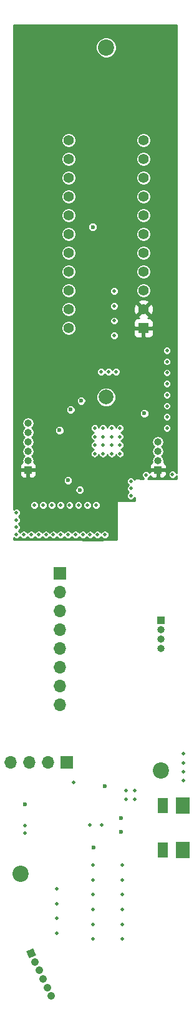
<source format=gbr>
G04 #@! TF.FileFunction,Copper,L2,Inr,Plane*
%FSLAX46Y46*%
G04 Gerber Fmt 4.6, Leading zero omitted, Abs format (unit mm)*
G04 Created by KiCad (PCBNEW 4.0.6-e0-6349~53~ubuntu16.04.1) date Thu Nov 23 18:30:10 2017*
%MOMM*%
%LPD*%
G01*
G04 APERTURE LIST*
%ADD10C,0.100000*%
%ADD11R,1.397000X1.397000*%
%ADD12C,1.397000*%
%ADD13C,0.500000*%
%ADD14C,1.000000*%
%ADD15C,2.000000*%
%ADD16R,1.700000X1.700000*%
%ADD17O,1.700000X1.700000*%
%ADD18R,1.000000X1.000000*%
%ADD19O,1.000000X1.000000*%
%ADD20C,2.200000*%
%ADD21R,1.450000X2.000000*%
%ADD22R,1.900000X2.300000*%
%ADD23C,0.600000*%
%ADD24C,0.254000*%
G04 APERTURE END LIST*
D10*
D11*
X123410000Y-59990000D03*
D12*
X123410000Y-57450000D03*
X123410000Y-54910000D03*
X123410000Y-52370000D03*
X123410000Y-49830000D03*
X123410000Y-47290000D03*
X123410000Y-44750000D03*
X123410000Y-42210000D03*
X123410000Y-39670000D03*
X123410000Y-37130000D03*
X123410000Y-34590000D03*
X113250000Y-34590000D03*
X113250000Y-37130000D03*
X113250000Y-39670000D03*
X113250000Y-42210000D03*
X113250000Y-44750000D03*
X113250000Y-47290000D03*
X113250000Y-49830000D03*
X113250000Y-52370000D03*
X113250000Y-54910000D03*
X113250000Y-57450000D03*
X113250000Y-59990000D03*
D13*
X117740000Y-127220000D03*
X128840000Y-121200000D03*
X128840000Y-120000000D03*
X128840000Y-118800000D03*
X128840000Y-117600000D03*
X113970000Y-121460000D03*
X122270000Y-123750000D03*
X121070000Y-123750000D03*
X122270000Y-122550000D03*
X121070000Y-122550000D03*
X111630000Y-141850000D03*
X111630000Y-139850000D03*
X111630000Y-137850000D03*
X111630000Y-135850000D03*
X120550000Y-142650000D03*
X116550000Y-142650000D03*
X120550000Y-140650000D03*
X116550000Y-140650000D03*
X120550000Y-138650000D03*
X116550000Y-138650000D03*
X120550000Y-136650000D03*
X116550000Y-136650000D03*
X120550000Y-134650000D03*
X116550000Y-134650000D03*
X120550000Y-132650000D03*
X116550000Y-132650000D03*
X107350000Y-128280000D03*
X107350000Y-127280000D03*
X126590000Y-73530000D03*
X126590000Y-72030000D03*
X126590000Y-70530000D03*
X126590000Y-69030000D03*
X126590000Y-67530000D03*
X126590000Y-66030000D03*
X126590000Y-64530000D03*
X126590000Y-63030000D03*
X119440000Y-61010000D03*
X119440000Y-59010000D03*
X119440000Y-57010000D03*
X119440000Y-55010000D03*
X119670000Y-65920000D03*
X118670000Y-65920000D03*
X117670000Y-65920000D03*
X120230000Y-76980000D03*
X119080000Y-76980000D03*
X117930000Y-76980000D03*
X116780000Y-76980000D03*
X120230000Y-75830000D03*
X119080000Y-75830000D03*
X117930000Y-75830000D03*
X116780000Y-75830000D03*
X120230000Y-74680000D03*
X119080000Y-74680000D03*
X117930000Y-74680000D03*
X116780000Y-74680000D03*
X120230000Y-73530000D03*
X119080000Y-73530000D03*
X117930000Y-73530000D03*
D10*
G36*
X107935476Y-145255303D02*
X107509697Y-144350476D01*
X108414524Y-143924697D01*
X108840303Y-144829524D01*
X107935476Y-145255303D01*
X107935476Y-145255303D01*
G37*
D14*
X108715740Y-145739130D02*
X108715740Y-145739130D01*
X109256479Y-146888261D02*
X109256479Y-146888261D01*
X109797219Y-148037391D02*
X109797219Y-148037391D01*
X110337959Y-149186521D02*
X110337959Y-149186521D01*
X110878699Y-150335652D02*
X110878699Y-150335652D01*
D13*
X127350000Y-79790000D03*
X123740000Y-79850000D03*
X121690000Y-82700000D03*
X121690000Y-81700000D03*
X121690000Y-80700000D03*
X116975000Y-83950000D03*
X115775000Y-83950000D03*
X114575000Y-83950000D03*
X113375000Y-83950000D03*
X112175000Y-83950000D03*
X110975000Y-83950000D03*
X109775000Y-83950000D03*
X108575000Y-83950000D03*
X118175000Y-87950000D03*
X117175000Y-87950000D03*
X116175000Y-87950000D03*
D15*
X118343743Y-69335858D03*
D13*
X115175000Y-87950000D03*
X114175000Y-87950000D03*
X113175000Y-87950000D03*
X112175000Y-87950000D03*
X111175000Y-87950000D03*
X110175000Y-87950000D03*
X109175000Y-87950000D03*
X108175000Y-87950000D03*
X107175000Y-87950000D03*
X106175000Y-87950000D03*
X106175000Y-86950000D03*
X106175000Y-85950000D03*
X106175000Y-84950000D03*
D16*
X112110000Y-93150000D03*
D17*
X112110000Y-95690000D03*
X112110000Y-98230000D03*
X112110000Y-100770000D03*
X112110000Y-103310000D03*
X112110000Y-105850000D03*
X112110000Y-108390000D03*
X112110000Y-110930000D03*
D18*
X125810000Y-99560000D03*
D19*
X125810000Y-100830000D03*
X125810000Y-102100000D03*
X125810000Y-103370000D03*
D20*
X118343743Y-22043858D03*
X106711973Y-133843201D03*
X125807736Y-119834648D03*
D18*
X125375000Y-79200000D03*
D19*
X125375000Y-77930000D03*
X125375000Y-76660000D03*
X125375000Y-75390000D03*
D18*
X107750000Y-79200000D03*
D19*
X107750000Y-77930000D03*
X107750000Y-76660000D03*
X107750000Y-75390000D03*
X107750000Y-74120000D03*
X107750000Y-72850000D03*
D21*
X126050000Y-124565000D03*
X126050000Y-130565000D03*
D22*
X128750000Y-124565000D03*
X128750000Y-130565000D03*
D16*
X113040000Y-118710000D03*
D17*
X110500000Y-118710000D03*
X107960000Y-118710000D03*
X105420000Y-118710000D03*
D13*
X116780000Y-73530000D03*
X116110000Y-127200000D03*
D23*
X116530000Y-46320000D03*
X107303760Y-124396200D03*
X123520000Y-71530000D03*
X114960000Y-69830000D03*
X113520000Y-71020000D03*
X112010000Y-73820000D03*
X114770000Y-81890000D03*
X113170000Y-80590000D03*
X123520000Y-73030000D03*
X113520000Y-72520000D03*
X117900000Y-61190000D03*
X115880000Y-40890000D03*
X108140000Y-52870000D03*
X125230000Y-21510000D03*
X113710000Y-78110000D03*
X118200000Y-121930000D03*
X116640000Y-130240000D03*
X120340000Y-126300000D03*
X120360000Y-128140000D03*
D24*
G36*
X127916743Y-79650665D02*
X127839442Y-79463583D01*
X127677271Y-79301129D01*
X127465276Y-79213100D01*
X127235731Y-79212900D01*
X127023583Y-79300558D01*
X126861129Y-79462729D01*
X126773100Y-79674724D01*
X126772900Y-79904269D01*
X126860558Y-80116417D01*
X127022729Y-80278871D01*
X127234724Y-80366900D01*
X127464269Y-80367100D01*
X127676417Y-80279442D01*
X127838871Y-80117271D01*
X127916743Y-79929736D01*
X127916743Y-80371693D01*
X124028241Y-80355216D01*
X124066417Y-80339442D01*
X124228871Y-80177271D01*
X124307219Y-79988591D01*
X124336673Y-80059699D01*
X124515302Y-80238327D01*
X124748691Y-80335000D01*
X125089250Y-80335000D01*
X125248000Y-80176250D01*
X125248000Y-79327000D01*
X125502000Y-79327000D01*
X125502000Y-80176250D01*
X125660750Y-80335000D01*
X126001309Y-80335000D01*
X126234698Y-80238327D01*
X126413327Y-80059699D01*
X126510000Y-79826310D01*
X126510000Y-79485750D01*
X126351250Y-79327000D01*
X125502000Y-79327000D01*
X125248000Y-79327000D01*
X124398750Y-79327000D01*
X124240000Y-79485750D01*
X124240000Y-79549135D01*
X124229442Y-79523583D01*
X124067271Y-79361129D01*
X123855276Y-79273100D01*
X123625731Y-79272900D01*
X123413583Y-79360558D01*
X123251129Y-79522729D01*
X123163100Y-79734724D01*
X123162900Y-79964269D01*
X123250558Y-80176417D01*
X123412729Y-80338871D01*
X123446152Y-80352749D01*
X122325538Y-80348001D01*
X122276086Y-80357797D01*
X122234341Y-80386062D01*
X122206882Y-80428340D01*
X122205387Y-80436375D01*
X122179442Y-80373583D01*
X122017271Y-80211129D01*
X121805276Y-80123100D01*
X121575731Y-80122900D01*
X121363583Y-80210558D01*
X121201129Y-80372729D01*
X121113100Y-80584724D01*
X121112900Y-80814269D01*
X121200558Y-81026417D01*
X121362729Y-81188871D01*
X121389333Y-81199918D01*
X121363583Y-81210558D01*
X121201129Y-81372729D01*
X121113100Y-81584724D01*
X121112900Y-81814269D01*
X121200558Y-82026417D01*
X121362729Y-82188871D01*
X121389333Y-82199918D01*
X121363583Y-82210558D01*
X121201129Y-82372729D01*
X121113100Y-82584724D01*
X121112900Y-82814269D01*
X121200558Y-83026417D01*
X121362729Y-83188871D01*
X121574724Y-83276900D01*
X121804269Y-83277100D01*
X122016417Y-83189442D01*
X122178871Y-83027271D01*
X122218470Y-82931908D01*
X122221937Y-83348000D01*
X119900000Y-83348000D01*
X119850590Y-83358006D01*
X119808965Y-83386447D01*
X119781685Y-83428841D01*
X119773000Y-83475000D01*
X119773000Y-88573000D01*
X118100000Y-88573000D01*
X117936594Y-88605503D01*
X117872993Y-88648000D01*
X115177007Y-88648000D01*
X115113406Y-88605503D01*
X114950000Y-88573000D01*
X105770743Y-88573000D01*
X105770743Y-88361751D01*
X105847729Y-88438871D01*
X106059724Y-88526900D01*
X106289269Y-88527100D01*
X106501417Y-88439442D01*
X106663871Y-88277271D01*
X106674918Y-88250667D01*
X106685558Y-88276417D01*
X106847729Y-88438871D01*
X107059724Y-88526900D01*
X107289269Y-88527100D01*
X107501417Y-88439442D01*
X107663871Y-88277271D01*
X107674918Y-88250667D01*
X107685558Y-88276417D01*
X107847729Y-88438871D01*
X108059724Y-88526900D01*
X108289269Y-88527100D01*
X108501417Y-88439442D01*
X108663871Y-88277271D01*
X108674918Y-88250667D01*
X108685558Y-88276417D01*
X108847729Y-88438871D01*
X109059724Y-88526900D01*
X109289269Y-88527100D01*
X109501417Y-88439442D01*
X109663871Y-88277271D01*
X109674918Y-88250667D01*
X109685558Y-88276417D01*
X109847729Y-88438871D01*
X110059724Y-88526900D01*
X110289269Y-88527100D01*
X110501417Y-88439442D01*
X110663871Y-88277271D01*
X110674918Y-88250667D01*
X110685558Y-88276417D01*
X110847729Y-88438871D01*
X111059724Y-88526900D01*
X111289269Y-88527100D01*
X111501417Y-88439442D01*
X111663871Y-88277271D01*
X111674918Y-88250667D01*
X111685558Y-88276417D01*
X111847729Y-88438871D01*
X112059724Y-88526900D01*
X112289269Y-88527100D01*
X112501417Y-88439442D01*
X112663871Y-88277271D01*
X112674918Y-88250667D01*
X112685558Y-88276417D01*
X112847729Y-88438871D01*
X113059724Y-88526900D01*
X113289269Y-88527100D01*
X113501417Y-88439442D01*
X113663871Y-88277271D01*
X113674918Y-88250667D01*
X113685558Y-88276417D01*
X113847729Y-88438871D01*
X114059724Y-88526900D01*
X114289269Y-88527100D01*
X114501417Y-88439442D01*
X114663871Y-88277271D01*
X114674918Y-88250667D01*
X114685558Y-88276417D01*
X114847729Y-88438871D01*
X115059724Y-88526900D01*
X115289269Y-88527100D01*
X115501417Y-88439442D01*
X115663871Y-88277271D01*
X115674918Y-88250667D01*
X115685558Y-88276417D01*
X115847729Y-88438871D01*
X116059724Y-88526900D01*
X116289269Y-88527100D01*
X116501417Y-88439442D01*
X116663871Y-88277271D01*
X116674918Y-88250667D01*
X116685558Y-88276417D01*
X116847729Y-88438871D01*
X117059724Y-88526900D01*
X117289269Y-88527100D01*
X117501417Y-88439442D01*
X117663871Y-88277271D01*
X117674918Y-88250667D01*
X117685558Y-88276417D01*
X117847729Y-88438871D01*
X118059724Y-88526900D01*
X118289269Y-88527100D01*
X118501417Y-88439442D01*
X118663871Y-88277271D01*
X118751900Y-88065276D01*
X118752100Y-87835731D01*
X118664442Y-87623583D01*
X118502271Y-87461129D01*
X118290276Y-87373100D01*
X118060731Y-87372900D01*
X117848583Y-87460558D01*
X117686129Y-87622729D01*
X117675082Y-87649333D01*
X117664442Y-87623583D01*
X117502271Y-87461129D01*
X117290276Y-87373100D01*
X117060731Y-87372900D01*
X116848583Y-87460558D01*
X116686129Y-87622729D01*
X116675082Y-87649333D01*
X116664442Y-87623583D01*
X116502271Y-87461129D01*
X116290276Y-87373100D01*
X116060731Y-87372900D01*
X115848583Y-87460558D01*
X115686129Y-87622729D01*
X115675082Y-87649333D01*
X115664442Y-87623583D01*
X115502271Y-87461129D01*
X115290276Y-87373100D01*
X115060731Y-87372900D01*
X114848583Y-87460558D01*
X114686129Y-87622729D01*
X114675082Y-87649333D01*
X114664442Y-87623583D01*
X114502271Y-87461129D01*
X114290276Y-87373100D01*
X114060731Y-87372900D01*
X113848583Y-87460558D01*
X113686129Y-87622729D01*
X113675082Y-87649333D01*
X113664442Y-87623583D01*
X113502271Y-87461129D01*
X113290276Y-87373100D01*
X113060731Y-87372900D01*
X112848583Y-87460558D01*
X112686129Y-87622729D01*
X112675082Y-87649333D01*
X112664442Y-87623583D01*
X112502271Y-87461129D01*
X112290276Y-87373100D01*
X112060731Y-87372900D01*
X111848583Y-87460558D01*
X111686129Y-87622729D01*
X111675082Y-87649333D01*
X111664442Y-87623583D01*
X111502271Y-87461129D01*
X111290276Y-87373100D01*
X111060731Y-87372900D01*
X110848583Y-87460558D01*
X110686129Y-87622729D01*
X110675082Y-87649333D01*
X110664442Y-87623583D01*
X110502271Y-87461129D01*
X110290276Y-87373100D01*
X110060731Y-87372900D01*
X109848583Y-87460558D01*
X109686129Y-87622729D01*
X109675082Y-87649333D01*
X109664442Y-87623583D01*
X109502271Y-87461129D01*
X109290276Y-87373100D01*
X109060731Y-87372900D01*
X108848583Y-87460558D01*
X108686129Y-87622729D01*
X108675082Y-87649333D01*
X108664442Y-87623583D01*
X108502271Y-87461129D01*
X108290276Y-87373100D01*
X108060731Y-87372900D01*
X107848583Y-87460558D01*
X107686129Y-87622729D01*
X107675082Y-87649333D01*
X107664442Y-87623583D01*
X107502271Y-87461129D01*
X107290276Y-87373100D01*
X107060731Y-87372900D01*
X106848583Y-87460558D01*
X106686129Y-87622729D01*
X106675082Y-87649333D01*
X106664442Y-87623583D01*
X106502271Y-87461129D01*
X106475667Y-87450082D01*
X106501417Y-87439442D01*
X106663871Y-87277271D01*
X106751900Y-87065276D01*
X106752100Y-86835731D01*
X106664442Y-86623583D01*
X106502271Y-86461129D01*
X106475667Y-86450082D01*
X106501417Y-86439442D01*
X106663871Y-86277271D01*
X106751900Y-86065276D01*
X106752100Y-85835731D01*
X106664442Y-85623583D01*
X106502271Y-85461129D01*
X106475667Y-85450082D01*
X106501417Y-85439442D01*
X106663871Y-85277271D01*
X106751900Y-85065276D01*
X106752100Y-84835731D01*
X106664442Y-84623583D01*
X106502271Y-84461129D01*
X106290276Y-84373100D01*
X106060731Y-84372900D01*
X105848583Y-84460558D01*
X105770743Y-84538262D01*
X105770743Y-84064269D01*
X107997900Y-84064269D01*
X108085558Y-84276417D01*
X108247729Y-84438871D01*
X108459724Y-84526900D01*
X108689269Y-84527100D01*
X108901417Y-84439442D01*
X109063871Y-84277271D01*
X109151900Y-84065276D01*
X109151900Y-84064269D01*
X109197900Y-84064269D01*
X109285558Y-84276417D01*
X109447729Y-84438871D01*
X109659724Y-84526900D01*
X109889269Y-84527100D01*
X110101417Y-84439442D01*
X110263871Y-84277271D01*
X110351900Y-84065276D01*
X110351900Y-84064269D01*
X110397900Y-84064269D01*
X110485558Y-84276417D01*
X110647729Y-84438871D01*
X110859724Y-84526900D01*
X111089269Y-84527100D01*
X111301417Y-84439442D01*
X111463871Y-84277271D01*
X111551900Y-84065276D01*
X111551900Y-84064269D01*
X111597900Y-84064269D01*
X111685558Y-84276417D01*
X111847729Y-84438871D01*
X112059724Y-84526900D01*
X112289269Y-84527100D01*
X112501417Y-84439442D01*
X112663871Y-84277271D01*
X112751900Y-84065276D01*
X112751900Y-84064269D01*
X112797900Y-84064269D01*
X112885558Y-84276417D01*
X113047729Y-84438871D01*
X113259724Y-84526900D01*
X113489269Y-84527100D01*
X113701417Y-84439442D01*
X113863871Y-84277271D01*
X113951900Y-84065276D01*
X113951900Y-84064269D01*
X113997900Y-84064269D01*
X114085558Y-84276417D01*
X114247729Y-84438871D01*
X114459724Y-84526900D01*
X114689269Y-84527100D01*
X114901417Y-84439442D01*
X115063871Y-84277271D01*
X115151900Y-84065276D01*
X115151900Y-84064269D01*
X115197900Y-84064269D01*
X115285558Y-84276417D01*
X115447729Y-84438871D01*
X115659724Y-84526900D01*
X115889269Y-84527100D01*
X116101417Y-84439442D01*
X116263871Y-84277271D01*
X116351900Y-84065276D01*
X116351900Y-84064269D01*
X116397900Y-84064269D01*
X116485558Y-84276417D01*
X116647729Y-84438871D01*
X116859724Y-84526900D01*
X117089269Y-84527100D01*
X117301417Y-84439442D01*
X117463871Y-84277271D01*
X117551900Y-84065276D01*
X117552100Y-83835731D01*
X117464442Y-83623583D01*
X117302271Y-83461129D01*
X117090276Y-83373100D01*
X116860731Y-83372900D01*
X116648583Y-83460558D01*
X116486129Y-83622729D01*
X116398100Y-83834724D01*
X116397900Y-84064269D01*
X116351900Y-84064269D01*
X116352100Y-83835731D01*
X116264442Y-83623583D01*
X116102271Y-83461129D01*
X115890276Y-83373100D01*
X115660731Y-83372900D01*
X115448583Y-83460558D01*
X115286129Y-83622729D01*
X115198100Y-83834724D01*
X115197900Y-84064269D01*
X115151900Y-84064269D01*
X115152100Y-83835731D01*
X115064442Y-83623583D01*
X114902271Y-83461129D01*
X114690276Y-83373100D01*
X114460731Y-83372900D01*
X114248583Y-83460558D01*
X114086129Y-83622729D01*
X113998100Y-83834724D01*
X113997900Y-84064269D01*
X113951900Y-84064269D01*
X113952100Y-83835731D01*
X113864442Y-83623583D01*
X113702271Y-83461129D01*
X113490276Y-83373100D01*
X113260731Y-83372900D01*
X113048583Y-83460558D01*
X112886129Y-83622729D01*
X112798100Y-83834724D01*
X112797900Y-84064269D01*
X112751900Y-84064269D01*
X112752100Y-83835731D01*
X112664442Y-83623583D01*
X112502271Y-83461129D01*
X112290276Y-83373100D01*
X112060731Y-83372900D01*
X111848583Y-83460558D01*
X111686129Y-83622729D01*
X111598100Y-83834724D01*
X111597900Y-84064269D01*
X111551900Y-84064269D01*
X111552100Y-83835731D01*
X111464442Y-83623583D01*
X111302271Y-83461129D01*
X111090276Y-83373100D01*
X110860731Y-83372900D01*
X110648583Y-83460558D01*
X110486129Y-83622729D01*
X110398100Y-83834724D01*
X110397900Y-84064269D01*
X110351900Y-84064269D01*
X110352100Y-83835731D01*
X110264442Y-83623583D01*
X110102271Y-83461129D01*
X109890276Y-83373100D01*
X109660731Y-83372900D01*
X109448583Y-83460558D01*
X109286129Y-83622729D01*
X109198100Y-83834724D01*
X109197900Y-84064269D01*
X109151900Y-84064269D01*
X109152100Y-83835731D01*
X109064442Y-83623583D01*
X108902271Y-83461129D01*
X108690276Y-83373100D01*
X108460731Y-83372900D01*
X108248583Y-83460558D01*
X108086129Y-83622729D01*
X107998100Y-83834724D01*
X107997900Y-84064269D01*
X105770743Y-84064269D01*
X105770743Y-82014171D01*
X114142891Y-82014171D01*
X114238145Y-82244703D01*
X114414369Y-82421235D01*
X114644735Y-82516891D01*
X114894171Y-82517109D01*
X115124703Y-82421855D01*
X115301235Y-82245631D01*
X115396891Y-82015265D01*
X115397109Y-81765829D01*
X115301855Y-81535297D01*
X115125631Y-81358765D01*
X114895265Y-81263109D01*
X114645829Y-81262891D01*
X114415297Y-81358145D01*
X114238765Y-81534369D01*
X114143109Y-81764735D01*
X114142891Y-82014171D01*
X105770743Y-82014171D01*
X105770743Y-80714171D01*
X112542891Y-80714171D01*
X112638145Y-80944703D01*
X112814369Y-81121235D01*
X113044735Y-81216891D01*
X113294171Y-81217109D01*
X113524703Y-81121855D01*
X113701235Y-80945631D01*
X113796891Y-80715265D01*
X113797109Y-80465829D01*
X113701855Y-80235297D01*
X113525631Y-80058765D01*
X113295265Y-79963109D01*
X113045829Y-79962891D01*
X112815297Y-80058145D01*
X112638765Y-80234369D01*
X112543109Y-80464735D01*
X112542891Y-80714171D01*
X105770743Y-80714171D01*
X105770743Y-79485750D01*
X106615000Y-79485750D01*
X106615000Y-79826310D01*
X106711673Y-80059699D01*
X106890302Y-80238327D01*
X107123691Y-80335000D01*
X107464250Y-80335000D01*
X107623000Y-80176250D01*
X107623000Y-79327000D01*
X107877000Y-79327000D01*
X107877000Y-80176250D01*
X108035750Y-80335000D01*
X108376309Y-80335000D01*
X108609698Y-80238327D01*
X108788327Y-80059699D01*
X108885000Y-79826310D01*
X108885000Y-79485750D01*
X108726250Y-79327000D01*
X107877000Y-79327000D01*
X107623000Y-79327000D01*
X106773750Y-79327000D01*
X106615000Y-79485750D01*
X105770743Y-79485750D01*
X105770743Y-78573690D01*
X106615000Y-78573690D01*
X106615000Y-78914250D01*
X106773750Y-79073000D01*
X107623000Y-79073000D01*
X107623000Y-79053000D01*
X107877000Y-79053000D01*
X107877000Y-79073000D01*
X108726250Y-79073000D01*
X108885000Y-78914250D01*
X108885000Y-78573690D01*
X124240000Y-78573690D01*
X124240000Y-78914250D01*
X124398750Y-79073000D01*
X125248000Y-79073000D01*
X125248000Y-79053000D01*
X125502000Y-79053000D01*
X125502000Y-79073000D01*
X126351250Y-79073000D01*
X126510000Y-78914250D01*
X126510000Y-78573690D01*
X126413327Y-78340301D01*
X126234698Y-78161673D01*
X126176883Y-78137725D01*
X126218202Y-77930000D01*
X126155250Y-77613521D01*
X125975979Y-77345223D01*
X125900815Y-77295000D01*
X125975979Y-77244777D01*
X126155250Y-76976479D01*
X126218202Y-76660000D01*
X126155250Y-76343521D01*
X125975979Y-76075223D01*
X125900815Y-76025000D01*
X125975979Y-75974777D01*
X126155250Y-75706479D01*
X126218202Y-75390000D01*
X126155250Y-75073521D01*
X125975979Y-74805223D01*
X125707681Y-74625952D01*
X125391202Y-74563000D01*
X125358798Y-74563000D01*
X125042319Y-74625952D01*
X124774021Y-74805223D01*
X124594750Y-75073521D01*
X124531798Y-75390000D01*
X124594750Y-75706479D01*
X124774021Y-75974777D01*
X124849185Y-76025000D01*
X124774021Y-76075223D01*
X124594750Y-76343521D01*
X124531798Y-76660000D01*
X124594750Y-76976479D01*
X124774021Y-77244777D01*
X124849185Y-77295000D01*
X124774021Y-77345223D01*
X124594750Y-77613521D01*
X124531798Y-77930000D01*
X124573117Y-78137725D01*
X124515302Y-78161673D01*
X124336673Y-78340301D01*
X124240000Y-78573690D01*
X108885000Y-78573690D01*
X108788327Y-78340301D01*
X108609698Y-78161673D01*
X108551883Y-78137725D01*
X108593202Y-77930000D01*
X108530250Y-77613521D01*
X108350979Y-77345223D01*
X108275815Y-77295000D01*
X108350979Y-77244777D01*
X108530250Y-76976479D01*
X108593202Y-76660000D01*
X108530250Y-76343521D01*
X108350979Y-76075223D01*
X108275815Y-76025000D01*
X108350979Y-75974777D01*
X108530250Y-75706479D01*
X108593202Y-75390000D01*
X108530250Y-75073521D01*
X108350979Y-74805223D01*
X108275815Y-74755000D01*
X108350979Y-74704777D01*
X108530250Y-74436479D01*
X108593202Y-74120000D01*
X108558228Y-73944171D01*
X111382891Y-73944171D01*
X111478145Y-74174703D01*
X111654369Y-74351235D01*
X111884735Y-74446891D01*
X112134171Y-74447109D01*
X112364703Y-74351855D01*
X112541235Y-74175631D01*
X112636891Y-73945265D01*
X112637109Y-73695829D01*
X112615805Y-73644269D01*
X116202900Y-73644269D01*
X116290558Y-73856417D01*
X116452729Y-74018871D01*
X116660398Y-74105104D01*
X116453583Y-74190558D01*
X116291129Y-74352729D01*
X116203100Y-74564724D01*
X116202900Y-74794269D01*
X116290558Y-75006417D01*
X116452729Y-75168871D01*
X116660398Y-75255104D01*
X116453583Y-75340558D01*
X116291129Y-75502729D01*
X116203100Y-75714724D01*
X116202900Y-75944269D01*
X116290558Y-76156417D01*
X116452729Y-76318871D01*
X116660398Y-76405104D01*
X116453583Y-76490558D01*
X116291129Y-76652729D01*
X116203100Y-76864724D01*
X116202900Y-77094269D01*
X116290558Y-77306417D01*
X116452729Y-77468871D01*
X116664724Y-77556900D01*
X116894269Y-77557100D01*
X117106417Y-77469442D01*
X117268871Y-77307271D01*
X117355104Y-77099602D01*
X117440558Y-77306417D01*
X117602729Y-77468871D01*
X117814724Y-77556900D01*
X118044269Y-77557100D01*
X118256417Y-77469442D01*
X118418871Y-77307271D01*
X118505104Y-77099602D01*
X118590558Y-77306417D01*
X118752729Y-77468871D01*
X118964724Y-77556900D01*
X119194269Y-77557100D01*
X119406417Y-77469442D01*
X119568871Y-77307271D01*
X119655104Y-77099602D01*
X119740558Y-77306417D01*
X119902729Y-77468871D01*
X120114724Y-77556900D01*
X120344269Y-77557100D01*
X120556417Y-77469442D01*
X120718871Y-77307271D01*
X120806900Y-77095276D01*
X120807100Y-76865731D01*
X120719442Y-76653583D01*
X120557271Y-76491129D01*
X120349602Y-76404896D01*
X120556417Y-76319442D01*
X120718871Y-76157271D01*
X120806900Y-75945276D01*
X120807100Y-75715731D01*
X120719442Y-75503583D01*
X120557271Y-75341129D01*
X120349602Y-75254896D01*
X120556417Y-75169442D01*
X120718871Y-75007271D01*
X120806900Y-74795276D01*
X120807100Y-74565731D01*
X120719442Y-74353583D01*
X120557271Y-74191129D01*
X120349602Y-74104896D01*
X120556417Y-74019442D01*
X120718871Y-73857271D01*
X120806900Y-73645276D01*
X120806900Y-73644269D01*
X126012900Y-73644269D01*
X126100558Y-73856417D01*
X126262729Y-74018871D01*
X126474724Y-74106900D01*
X126704269Y-74107100D01*
X126916417Y-74019442D01*
X127078871Y-73857271D01*
X127166900Y-73645276D01*
X127167100Y-73415731D01*
X127079442Y-73203583D01*
X126917271Y-73041129D01*
X126705276Y-72953100D01*
X126475731Y-72952900D01*
X126263583Y-73040558D01*
X126101129Y-73202729D01*
X126013100Y-73414724D01*
X126012900Y-73644269D01*
X120806900Y-73644269D01*
X120807100Y-73415731D01*
X120719442Y-73203583D01*
X120557271Y-73041129D01*
X120345276Y-72953100D01*
X120115731Y-72952900D01*
X119903583Y-73040558D01*
X119741129Y-73202729D01*
X119654896Y-73410398D01*
X119569442Y-73203583D01*
X119407271Y-73041129D01*
X119195276Y-72953100D01*
X118965731Y-72952900D01*
X118753583Y-73040558D01*
X118591129Y-73202729D01*
X118504896Y-73410398D01*
X118419442Y-73203583D01*
X118257271Y-73041129D01*
X118045276Y-72953100D01*
X117815731Y-72952900D01*
X117603583Y-73040558D01*
X117441129Y-73202729D01*
X117354896Y-73410398D01*
X117269442Y-73203583D01*
X117107271Y-73041129D01*
X116895276Y-72953100D01*
X116665731Y-72952900D01*
X116453583Y-73040558D01*
X116291129Y-73202729D01*
X116203100Y-73414724D01*
X116202900Y-73644269D01*
X112615805Y-73644269D01*
X112541855Y-73465297D01*
X112365631Y-73288765D01*
X112135265Y-73193109D01*
X111885829Y-73192891D01*
X111655297Y-73288145D01*
X111478765Y-73464369D01*
X111383109Y-73694735D01*
X111382891Y-73944171D01*
X108558228Y-73944171D01*
X108530250Y-73803521D01*
X108350979Y-73535223D01*
X108275815Y-73485000D01*
X108350979Y-73434777D01*
X108530250Y-73166479D01*
X108593202Y-72850000D01*
X108530250Y-72533521D01*
X108350979Y-72265223D01*
X108082681Y-72085952D01*
X107766202Y-72023000D01*
X107733798Y-72023000D01*
X107417319Y-72085952D01*
X107149021Y-72265223D01*
X106969750Y-72533521D01*
X106906798Y-72850000D01*
X106969750Y-73166479D01*
X107149021Y-73434777D01*
X107224185Y-73485000D01*
X107149021Y-73535223D01*
X106969750Y-73803521D01*
X106906798Y-74120000D01*
X106969750Y-74436479D01*
X107149021Y-74704777D01*
X107224185Y-74755000D01*
X107149021Y-74805223D01*
X106969750Y-75073521D01*
X106906798Y-75390000D01*
X106969750Y-75706479D01*
X107149021Y-75974777D01*
X107224185Y-76025000D01*
X107149021Y-76075223D01*
X106969750Y-76343521D01*
X106906798Y-76660000D01*
X106969750Y-76976479D01*
X107149021Y-77244777D01*
X107224185Y-77295000D01*
X107149021Y-77345223D01*
X106969750Y-77613521D01*
X106906798Y-77930000D01*
X106948117Y-78137725D01*
X106890302Y-78161673D01*
X106711673Y-78340301D01*
X106615000Y-78573690D01*
X105770743Y-78573690D01*
X105770743Y-71654171D01*
X122892891Y-71654171D01*
X122988145Y-71884703D01*
X123164369Y-72061235D01*
X123394735Y-72156891D01*
X123644171Y-72157109D01*
X123675246Y-72144269D01*
X126012900Y-72144269D01*
X126100558Y-72356417D01*
X126262729Y-72518871D01*
X126474724Y-72606900D01*
X126704269Y-72607100D01*
X126916417Y-72519442D01*
X127078871Y-72357271D01*
X127166900Y-72145276D01*
X127167100Y-71915731D01*
X127079442Y-71703583D01*
X126917271Y-71541129D01*
X126705276Y-71453100D01*
X126475731Y-71452900D01*
X126263583Y-71540558D01*
X126101129Y-71702729D01*
X126013100Y-71914724D01*
X126012900Y-72144269D01*
X123675246Y-72144269D01*
X123874703Y-72061855D01*
X124051235Y-71885631D01*
X124146891Y-71655265D01*
X124147109Y-71405829D01*
X124051855Y-71175297D01*
X123875631Y-70998765D01*
X123645265Y-70903109D01*
X123395829Y-70902891D01*
X123165297Y-70998145D01*
X122988765Y-71174369D01*
X122893109Y-71404735D01*
X122892891Y-71654171D01*
X105770743Y-71654171D01*
X105770743Y-71144171D01*
X112892891Y-71144171D01*
X112988145Y-71374703D01*
X113164369Y-71551235D01*
X113394735Y-71646891D01*
X113644171Y-71647109D01*
X113874703Y-71551855D01*
X114051235Y-71375631D01*
X114146891Y-71145265D01*
X114147109Y-70895829D01*
X114051855Y-70665297D01*
X113875631Y-70488765D01*
X113645265Y-70393109D01*
X113395829Y-70392891D01*
X113165297Y-70488145D01*
X112988765Y-70664369D01*
X112893109Y-70894735D01*
X112892891Y-71144171D01*
X105770743Y-71144171D01*
X105770743Y-69954171D01*
X114332891Y-69954171D01*
X114428145Y-70184703D01*
X114604369Y-70361235D01*
X114834735Y-70456891D01*
X115084171Y-70457109D01*
X115314703Y-70361855D01*
X115491235Y-70185631D01*
X115586891Y-69955265D01*
X115587109Y-69705829D01*
X115542826Y-69598656D01*
X117016514Y-69598656D01*
X117218112Y-70086561D01*
X117591077Y-70460177D01*
X118078628Y-70662627D01*
X118606541Y-70663087D01*
X118652084Y-70644269D01*
X126012900Y-70644269D01*
X126100558Y-70856417D01*
X126262729Y-71018871D01*
X126474724Y-71106900D01*
X126704269Y-71107100D01*
X126916417Y-71019442D01*
X127078871Y-70857271D01*
X127166900Y-70645276D01*
X127167100Y-70415731D01*
X127079442Y-70203583D01*
X126917271Y-70041129D01*
X126705276Y-69953100D01*
X126475731Y-69952900D01*
X126263583Y-70040558D01*
X126101129Y-70202729D01*
X126013100Y-70414724D01*
X126012900Y-70644269D01*
X118652084Y-70644269D01*
X119094446Y-70461489D01*
X119468062Y-70088524D01*
X119670512Y-69600973D01*
X119670909Y-69144269D01*
X126012900Y-69144269D01*
X126100558Y-69356417D01*
X126262729Y-69518871D01*
X126474724Y-69606900D01*
X126704269Y-69607100D01*
X126916417Y-69519442D01*
X127078871Y-69357271D01*
X127166900Y-69145276D01*
X127167100Y-68915731D01*
X127079442Y-68703583D01*
X126917271Y-68541129D01*
X126705276Y-68453100D01*
X126475731Y-68452900D01*
X126263583Y-68540558D01*
X126101129Y-68702729D01*
X126013100Y-68914724D01*
X126012900Y-69144269D01*
X119670909Y-69144269D01*
X119670972Y-69073060D01*
X119469374Y-68585155D01*
X119096409Y-68211539D01*
X118608858Y-68009089D01*
X118080945Y-68008629D01*
X117593040Y-68210227D01*
X117219424Y-68583192D01*
X117016974Y-69070743D01*
X117016514Y-69598656D01*
X115542826Y-69598656D01*
X115491855Y-69475297D01*
X115315631Y-69298765D01*
X115085265Y-69203109D01*
X114835829Y-69202891D01*
X114605297Y-69298145D01*
X114428765Y-69474369D01*
X114333109Y-69704735D01*
X114332891Y-69954171D01*
X105770743Y-69954171D01*
X105770743Y-67644269D01*
X126012900Y-67644269D01*
X126100558Y-67856417D01*
X126262729Y-68018871D01*
X126474724Y-68106900D01*
X126704269Y-68107100D01*
X126916417Y-68019442D01*
X127078871Y-67857271D01*
X127166900Y-67645276D01*
X127167100Y-67415731D01*
X127079442Y-67203583D01*
X126917271Y-67041129D01*
X126705276Y-66953100D01*
X126475731Y-66952900D01*
X126263583Y-67040558D01*
X126101129Y-67202729D01*
X126013100Y-67414724D01*
X126012900Y-67644269D01*
X105770743Y-67644269D01*
X105770743Y-66034269D01*
X117092900Y-66034269D01*
X117180558Y-66246417D01*
X117342729Y-66408871D01*
X117554724Y-66496900D01*
X117784269Y-66497100D01*
X117996417Y-66409442D01*
X118158871Y-66247271D01*
X118169918Y-66220667D01*
X118180558Y-66246417D01*
X118342729Y-66408871D01*
X118554724Y-66496900D01*
X118784269Y-66497100D01*
X118996417Y-66409442D01*
X119158871Y-66247271D01*
X119169918Y-66220667D01*
X119180558Y-66246417D01*
X119342729Y-66408871D01*
X119554724Y-66496900D01*
X119784269Y-66497100D01*
X119996417Y-66409442D01*
X120158871Y-66247271D01*
X120201641Y-66144269D01*
X126012900Y-66144269D01*
X126100558Y-66356417D01*
X126262729Y-66518871D01*
X126474724Y-66606900D01*
X126704269Y-66607100D01*
X126916417Y-66519442D01*
X127078871Y-66357271D01*
X127166900Y-66145276D01*
X127167100Y-65915731D01*
X127079442Y-65703583D01*
X126917271Y-65541129D01*
X126705276Y-65453100D01*
X126475731Y-65452900D01*
X126263583Y-65540558D01*
X126101129Y-65702729D01*
X126013100Y-65914724D01*
X126012900Y-66144269D01*
X120201641Y-66144269D01*
X120246900Y-66035276D01*
X120247100Y-65805731D01*
X120159442Y-65593583D01*
X119997271Y-65431129D01*
X119785276Y-65343100D01*
X119555731Y-65342900D01*
X119343583Y-65430558D01*
X119181129Y-65592729D01*
X119170082Y-65619333D01*
X119159442Y-65593583D01*
X118997271Y-65431129D01*
X118785276Y-65343100D01*
X118555731Y-65342900D01*
X118343583Y-65430558D01*
X118181129Y-65592729D01*
X118170082Y-65619333D01*
X118159442Y-65593583D01*
X117997271Y-65431129D01*
X117785276Y-65343100D01*
X117555731Y-65342900D01*
X117343583Y-65430558D01*
X117181129Y-65592729D01*
X117093100Y-65804724D01*
X117092900Y-66034269D01*
X105770743Y-66034269D01*
X105770743Y-64644269D01*
X126012900Y-64644269D01*
X126100558Y-64856417D01*
X126262729Y-65018871D01*
X126474724Y-65106900D01*
X126704269Y-65107100D01*
X126916417Y-65019442D01*
X127078871Y-64857271D01*
X127166900Y-64645276D01*
X127167100Y-64415731D01*
X127079442Y-64203583D01*
X126917271Y-64041129D01*
X126705276Y-63953100D01*
X126475731Y-63952900D01*
X126263583Y-64040558D01*
X126101129Y-64202729D01*
X126013100Y-64414724D01*
X126012900Y-64644269D01*
X105770743Y-64644269D01*
X105770743Y-63144269D01*
X126012900Y-63144269D01*
X126100558Y-63356417D01*
X126262729Y-63518871D01*
X126474724Y-63606900D01*
X126704269Y-63607100D01*
X126916417Y-63519442D01*
X127078871Y-63357271D01*
X127166900Y-63145276D01*
X127167100Y-62915731D01*
X127079442Y-62703583D01*
X126917271Y-62541129D01*
X126705276Y-62453100D01*
X126475731Y-62452900D01*
X126263583Y-62540558D01*
X126101129Y-62702729D01*
X126013100Y-62914724D01*
X126012900Y-63144269D01*
X105770743Y-63144269D01*
X105770743Y-61124269D01*
X118862900Y-61124269D01*
X118950558Y-61336417D01*
X119112729Y-61498871D01*
X119324724Y-61586900D01*
X119554269Y-61587100D01*
X119766417Y-61499442D01*
X119928871Y-61337271D01*
X120016900Y-61125276D01*
X120017100Y-60895731D01*
X119929442Y-60683583D01*
X119767271Y-60521129D01*
X119555276Y-60433100D01*
X119325731Y-60432900D01*
X119113583Y-60520558D01*
X118951129Y-60682729D01*
X118863100Y-60894724D01*
X118862900Y-61124269D01*
X105770743Y-61124269D01*
X105770743Y-60193090D01*
X112224322Y-60193090D01*
X112380116Y-60570140D01*
X112668342Y-60858870D01*
X113045120Y-61015322D01*
X113453090Y-61015678D01*
X113830140Y-60859884D01*
X114118870Y-60571658D01*
X114241741Y-60275750D01*
X122076500Y-60275750D01*
X122076500Y-60814809D01*
X122173173Y-61048198D01*
X122351801Y-61226827D01*
X122585190Y-61323500D01*
X123124250Y-61323500D01*
X123283000Y-61164750D01*
X123283000Y-60117000D01*
X123537000Y-60117000D01*
X123537000Y-61164750D01*
X123695750Y-61323500D01*
X124234810Y-61323500D01*
X124468199Y-61226827D01*
X124646827Y-61048198D01*
X124743500Y-60814809D01*
X124743500Y-60275750D01*
X124584750Y-60117000D01*
X123537000Y-60117000D01*
X123283000Y-60117000D01*
X122235250Y-60117000D01*
X122076500Y-60275750D01*
X114241741Y-60275750D01*
X114275322Y-60194880D01*
X114275678Y-59786910D01*
X114119884Y-59409860D01*
X113834792Y-59124269D01*
X118862900Y-59124269D01*
X118950558Y-59336417D01*
X119112729Y-59498871D01*
X119324724Y-59586900D01*
X119554269Y-59587100D01*
X119766417Y-59499442D01*
X119928871Y-59337271D01*
X120000325Y-59165191D01*
X122076500Y-59165191D01*
X122076500Y-59704250D01*
X122235250Y-59863000D01*
X123283000Y-59863000D01*
X123283000Y-59843000D01*
X123537000Y-59843000D01*
X123537000Y-59863000D01*
X124584750Y-59863000D01*
X124743500Y-59704250D01*
X124743500Y-59165191D01*
X124646827Y-58931802D01*
X124468199Y-58753173D01*
X124234810Y-58656500D01*
X124014327Y-58656500D01*
X124102929Y-58619800D01*
X124164583Y-58384188D01*
X123410000Y-57629605D01*
X122655417Y-58384188D01*
X122717071Y-58619800D01*
X122821342Y-58656500D01*
X122585190Y-58656500D01*
X122351801Y-58753173D01*
X122173173Y-58931802D01*
X122076500Y-59165191D01*
X120000325Y-59165191D01*
X120016900Y-59125276D01*
X120017100Y-58895731D01*
X119929442Y-58683583D01*
X119767271Y-58521129D01*
X119555276Y-58433100D01*
X119325731Y-58432900D01*
X119113583Y-58520558D01*
X118951129Y-58682729D01*
X118863100Y-58894724D01*
X118862900Y-59124269D01*
X113834792Y-59124269D01*
X113831658Y-59121130D01*
X113454880Y-58964678D01*
X113046910Y-58964322D01*
X112669860Y-59120116D01*
X112381130Y-59408342D01*
X112224678Y-59785120D01*
X112224322Y-60193090D01*
X105770743Y-60193090D01*
X105770743Y-57653090D01*
X112224322Y-57653090D01*
X112380116Y-58030140D01*
X112668342Y-58318870D01*
X113045120Y-58475322D01*
X113453090Y-58475678D01*
X113830140Y-58319884D01*
X114118870Y-58031658D01*
X114275322Y-57654880D01*
X114275678Y-57246910D01*
X114225004Y-57124269D01*
X118862900Y-57124269D01*
X118950558Y-57336417D01*
X119112729Y-57498871D01*
X119324724Y-57586900D01*
X119554269Y-57587100D01*
X119766417Y-57499442D01*
X119928871Y-57337271D01*
X119962003Y-57257480D01*
X122064073Y-57257480D01*
X122092852Y-57787199D01*
X122240200Y-58142929D01*
X122475812Y-58204583D01*
X123230395Y-57450000D01*
X123589605Y-57450000D01*
X124344188Y-58204583D01*
X124579800Y-58142929D01*
X124755927Y-57642520D01*
X124727148Y-57112801D01*
X124579800Y-56757071D01*
X124344188Y-56695417D01*
X123589605Y-57450000D01*
X123230395Y-57450000D01*
X122475812Y-56695417D01*
X122240200Y-56757071D01*
X122064073Y-57257480D01*
X119962003Y-57257480D01*
X120016900Y-57125276D01*
X120017100Y-56895731D01*
X119929442Y-56683583D01*
X119767271Y-56521129D01*
X119754467Y-56515812D01*
X122655417Y-56515812D01*
X123410000Y-57270395D01*
X124164583Y-56515812D01*
X124102929Y-56280200D01*
X123602520Y-56104073D01*
X123072801Y-56132852D01*
X122717071Y-56280200D01*
X122655417Y-56515812D01*
X119754467Y-56515812D01*
X119555276Y-56433100D01*
X119325731Y-56432900D01*
X119113583Y-56520558D01*
X118951129Y-56682729D01*
X118863100Y-56894724D01*
X118862900Y-57124269D01*
X114225004Y-57124269D01*
X114119884Y-56869860D01*
X113831658Y-56581130D01*
X113454880Y-56424678D01*
X113046910Y-56424322D01*
X112669860Y-56580116D01*
X112381130Y-56868342D01*
X112224678Y-57245120D01*
X112224322Y-57653090D01*
X105770743Y-57653090D01*
X105770743Y-55113090D01*
X112224322Y-55113090D01*
X112380116Y-55490140D01*
X112668342Y-55778870D01*
X113045120Y-55935322D01*
X113453090Y-55935678D01*
X113830140Y-55779884D01*
X114118870Y-55491658D01*
X114271423Y-55124269D01*
X118862900Y-55124269D01*
X118950558Y-55336417D01*
X119112729Y-55498871D01*
X119324724Y-55586900D01*
X119554269Y-55587100D01*
X119766417Y-55499442D01*
X119928871Y-55337271D01*
X120016900Y-55125276D01*
X120016910Y-55113090D01*
X122384322Y-55113090D01*
X122540116Y-55490140D01*
X122828342Y-55778870D01*
X123205120Y-55935322D01*
X123613090Y-55935678D01*
X123990140Y-55779884D01*
X124278870Y-55491658D01*
X124435322Y-55114880D01*
X124435678Y-54706910D01*
X124279884Y-54329860D01*
X123991658Y-54041130D01*
X123614880Y-53884678D01*
X123206910Y-53884322D01*
X122829860Y-54040116D01*
X122541130Y-54328342D01*
X122384678Y-54705120D01*
X122384322Y-55113090D01*
X120016910Y-55113090D01*
X120017100Y-54895731D01*
X119929442Y-54683583D01*
X119767271Y-54521129D01*
X119555276Y-54433100D01*
X119325731Y-54432900D01*
X119113583Y-54520558D01*
X118951129Y-54682729D01*
X118863100Y-54894724D01*
X118862900Y-55124269D01*
X114271423Y-55124269D01*
X114275322Y-55114880D01*
X114275678Y-54706910D01*
X114119884Y-54329860D01*
X113831658Y-54041130D01*
X113454880Y-53884678D01*
X113046910Y-53884322D01*
X112669860Y-54040116D01*
X112381130Y-54328342D01*
X112224678Y-54705120D01*
X112224322Y-55113090D01*
X105770743Y-55113090D01*
X105770743Y-52573090D01*
X112224322Y-52573090D01*
X112380116Y-52950140D01*
X112668342Y-53238870D01*
X113045120Y-53395322D01*
X113453090Y-53395678D01*
X113830140Y-53239884D01*
X114118870Y-52951658D01*
X114275322Y-52574880D01*
X114275323Y-52573090D01*
X122384322Y-52573090D01*
X122540116Y-52950140D01*
X122828342Y-53238870D01*
X123205120Y-53395322D01*
X123613090Y-53395678D01*
X123990140Y-53239884D01*
X124278870Y-52951658D01*
X124435322Y-52574880D01*
X124435678Y-52166910D01*
X124279884Y-51789860D01*
X123991658Y-51501130D01*
X123614880Y-51344678D01*
X123206910Y-51344322D01*
X122829860Y-51500116D01*
X122541130Y-51788342D01*
X122384678Y-52165120D01*
X122384322Y-52573090D01*
X114275323Y-52573090D01*
X114275678Y-52166910D01*
X114119884Y-51789860D01*
X113831658Y-51501130D01*
X113454880Y-51344678D01*
X113046910Y-51344322D01*
X112669860Y-51500116D01*
X112381130Y-51788342D01*
X112224678Y-52165120D01*
X112224322Y-52573090D01*
X105770743Y-52573090D01*
X105770743Y-50033090D01*
X112224322Y-50033090D01*
X112380116Y-50410140D01*
X112668342Y-50698870D01*
X113045120Y-50855322D01*
X113453090Y-50855678D01*
X113830140Y-50699884D01*
X114118870Y-50411658D01*
X114275322Y-50034880D01*
X114275323Y-50033090D01*
X122384322Y-50033090D01*
X122540116Y-50410140D01*
X122828342Y-50698870D01*
X123205120Y-50855322D01*
X123613090Y-50855678D01*
X123990140Y-50699884D01*
X124278870Y-50411658D01*
X124435322Y-50034880D01*
X124435678Y-49626910D01*
X124279884Y-49249860D01*
X123991658Y-48961130D01*
X123614880Y-48804678D01*
X123206910Y-48804322D01*
X122829860Y-48960116D01*
X122541130Y-49248342D01*
X122384678Y-49625120D01*
X122384322Y-50033090D01*
X114275323Y-50033090D01*
X114275678Y-49626910D01*
X114119884Y-49249860D01*
X113831658Y-48961130D01*
X113454880Y-48804678D01*
X113046910Y-48804322D01*
X112669860Y-48960116D01*
X112381130Y-49248342D01*
X112224678Y-49625120D01*
X112224322Y-50033090D01*
X105770743Y-50033090D01*
X105770743Y-47493090D01*
X112224322Y-47493090D01*
X112380116Y-47870140D01*
X112668342Y-48158870D01*
X113045120Y-48315322D01*
X113453090Y-48315678D01*
X113830140Y-48159884D01*
X114118870Y-47871658D01*
X114275322Y-47494880D01*
X114275323Y-47493090D01*
X122384322Y-47493090D01*
X122540116Y-47870140D01*
X122828342Y-48158870D01*
X123205120Y-48315322D01*
X123613090Y-48315678D01*
X123990140Y-48159884D01*
X124278870Y-47871658D01*
X124435322Y-47494880D01*
X124435678Y-47086910D01*
X124279884Y-46709860D01*
X123991658Y-46421130D01*
X123614880Y-46264678D01*
X123206910Y-46264322D01*
X122829860Y-46420116D01*
X122541130Y-46708342D01*
X122384678Y-47085120D01*
X122384322Y-47493090D01*
X114275323Y-47493090D01*
X114275678Y-47086910D01*
X114119884Y-46709860D01*
X113854659Y-46444171D01*
X115902891Y-46444171D01*
X115998145Y-46674703D01*
X116174369Y-46851235D01*
X116404735Y-46946891D01*
X116654171Y-46947109D01*
X116884703Y-46851855D01*
X117061235Y-46675631D01*
X117156891Y-46445265D01*
X117157109Y-46195829D01*
X117061855Y-45965297D01*
X116885631Y-45788765D01*
X116655265Y-45693109D01*
X116405829Y-45692891D01*
X116175297Y-45788145D01*
X115998765Y-45964369D01*
X115903109Y-46194735D01*
X115902891Y-46444171D01*
X113854659Y-46444171D01*
X113831658Y-46421130D01*
X113454880Y-46264678D01*
X113046910Y-46264322D01*
X112669860Y-46420116D01*
X112381130Y-46708342D01*
X112224678Y-47085120D01*
X112224322Y-47493090D01*
X105770743Y-47493090D01*
X105770743Y-44953090D01*
X112224322Y-44953090D01*
X112380116Y-45330140D01*
X112668342Y-45618870D01*
X113045120Y-45775322D01*
X113453090Y-45775678D01*
X113830140Y-45619884D01*
X114118870Y-45331658D01*
X114275322Y-44954880D01*
X114275323Y-44953090D01*
X122384322Y-44953090D01*
X122540116Y-45330140D01*
X122828342Y-45618870D01*
X123205120Y-45775322D01*
X123613090Y-45775678D01*
X123990140Y-45619884D01*
X124278870Y-45331658D01*
X124435322Y-44954880D01*
X124435678Y-44546910D01*
X124279884Y-44169860D01*
X123991658Y-43881130D01*
X123614880Y-43724678D01*
X123206910Y-43724322D01*
X122829860Y-43880116D01*
X122541130Y-44168342D01*
X122384678Y-44545120D01*
X122384322Y-44953090D01*
X114275323Y-44953090D01*
X114275678Y-44546910D01*
X114119884Y-44169860D01*
X113831658Y-43881130D01*
X113454880Y-43724678D01*
X113046910Y-43724322D01*
X112669860Y-43880116D01*
X112381130Y-44168342D01*
X112224678Y-44545120D01*
X112224322Y-44953090D01*
X105770743Y-44953090D01*
X105770743Y-42413090D01*
X112224322Y-42413090D01*
X112380116Y-42790140D01*
X112668342Y-43078870D01*
X113045120Y-43235322D01*
X113453090Y-43235678D01*
X113830140Y-43079884D01*
X114118870Y-42791658D01*
X114275322Y-42414880D01*
X114275323Y-42413090D01*
X122384322Y-42413090D01*
X122540116Y-42790140D01*
X122828342Y-43078870D01*
X123205120Y-43235322D01*
X123613090Y-43235678D01*
X123990140Y-43079884D01*
X124278870Y-42791658D01*
X124435322Y-42414880D01*
X124435678Y-42006910D01*
X124279884Y-41629860D01*
X123991658Y-41341130D01*
X123614880Y-41184678D01*
X123206910Y-41184322D01*
X122829860Y-41340116D01*
X122541130Y-41628342D01*
X122384678Y-42005120D01*
X122384322Y-42413090D01*
X114275323Y-42413090D01*
X114275678Y-42006910D01*
X114119884Y-41629860D01*
X113831658Y-41341130D01*
X113454880Y-41184678D01*
X113046910Y-41184322D01*
X112669860Y-41340116D01*
X112381130Y-41628342D01*
X112224678Y-42005120D01*
X112224322Y-42413090D01*
X105770743Y-42413090D01*
X105770743Y-39873090D01*
X112224322Y-39873090D01*
X112380116Y-40250140D01*
X112668342Y-40538870D01*
X113045120Y-40695322D01*
X113453090Y-40695678D01*
X113830140Y-40539884D01*
X114118870Y-40251658D01*
X114275322Y-39874880D01*
X114275323Y-39873090D01*
X122384322Y-39873090D01*
X122540116Y-40250140D01*
X122828342Y-40538870D01*
X123205120Y-40695322D01*
X123613090Y-40695678D01*
X123990140Y-40539884D01*
X124278870Y-40251658D01*
X124435322Y-39874880D01*
X124435678Y-39466910D01*
X124279884Y-39089860D01*
X123991658Y-38801130D01*
X123614880Y-38644678D01*
X123206910Y-38644322D01*
X122829860Y-38800116D01*
X122541130Y-39088342D01*
X122384678Y-39465120D01*
X122384322Y-39873090D01*
X114275323Y-39873090D01*
X114275678Y-39466910D01*
X114119884Y-39089860D01*
X113831658Y-38801130D01*
X113454880Y-38644678D01*
X113046910Y-38644322D01*
X112669860Y-38800116D01*
X112381130Y-39088342D01*
X112224678Y-39465120D01*
X112224322Y-39873090D01*
X105770743Y-39873090D01*
X105770743Y-37333090D01*
X112224322Y-37333090D01*
X112380116Y-37710140D01*
X112668342Y-37998870D01*
X113045120Y-38155322D01*
X113453090Y-38155678D01*
X113830140Y-37999884D01*
X114118870Y-37711658D01*
X114275322Y-37334880D01*
X114275323Y-37333090D01*
X122384322Y-37333090D01*
X122540116Y-37710140D01*
X122828342Y-37998870D01*
X123205120Y-38155322D01*
X123613090Y-38155678D01*
X123990140Y-37999884D01*
X124278870Y-37711658D01*
X124435322Y-37334880D01*
X124435678Y-36926910D01*
X124279884Y-36549860D01*
X123991658Y-36261130D01*
X123614880Y-36104678D01*
X123206910Y-36104322D01*
X122829860Y-36260116D01*
X122541130Y-36548342D01*
X122384678Y-36925120D01*
X122384322Y-37333090D01*
X114275323Y-37333090D01*
X114275678Y-36926910D01*
X114119884Y-36549860D01*
X113831658Y-36261130D01*
X113454880Y-36104678D01*
X113046910Y-36104322D01*
X112669860Y-36260116D01*
X112381130Y-36548342D01*
X112224678Y-36925120D01*
X112224322Y-37333090D01*
X105770743Y-37333090D01*
X105770743Y-34793090D01*
X112224322Y-34793090D01*
X112380116Y-35170140D01*
X112668342Y-35458870D01*
X113045120Y-35615322D01*
X113453090Y-35615678D01*
X113830140Y-35459884D01*
X114118870Y-35171658D01*
X114275322Y-34794880D01*
X114275323Y-34793090D01*
X122384322Y-34793090D01*
X122540116Y-35170140D01*
X122828342Y-35458870D01*
X123205120Y-35615322D01*
X123613090Y-35615678D01*
X123990140Y-35459884D01*
X124278870Y-35171658D01*
X124435322Y-34794880D01*
X124435678Y-34386910D01*
X124279884Y-34009860D01*
X123991658Y-33721130D01*
X123614880Y-33564678D01*
X123206910Y-33564322D01*
X122829860Y-33720116D01*
X122541130Y-34008342D01*
X122384678Y-34385120D01*
X122384322Y-34793090D01*
X114275323Y-34793090D01*
X114275678Y-34386910D01*
X114119884Y-34009860D01*
X113831658Y-33721130D01*
X113454880Y-33564678D01*
X113046910Y-33564322D01*
X112669860Y-33720116D01*
X112381130Y-34008342D01*
X112224678Y-34385120D01*
X112224322Y-34793090D01*
X105770743Y-34793090D01*
X105770743Y-22326461D01*
X116916495Y-22326461D01*
X117133286Y-22851133D01*
X117534357Y-23252905D01*
X118058650Y-23470610D01*
X118626346Y-23471106D01*
X119151018Y-23254315D01*
X119552790Y-22853244D01*
X119770495Y-22328951D01*
X119770991Y-21761255D01*
X119554200Y-21236583D01*
X119153129Y-20834811D01*
X118628836Y-20617106D01*
X118061140Y-20616610D01*
X117536468Y-20833401D01*
X117134696Y-21234472D01*
X116916991Y-21758765D01*
X116916495Y-22326461D01*
X105770743Y-22326461D01*
X105770743Y-19009837D01*
X127916743Y-19009837D01*
X127916743Y-79650665D01*
X127916743Y-79650665D01*
G37*
X127916743Y-79650665D02*
X127839442Y-79463583D01*
X127677271Y-79301129D01*
X127465276Y-79213100D01*
X127235731Y-79212900D01*
X127023583Y-79300558D01*
X126861129Y-79462729D01*
X126773100Y-79674724D01*
X126772900Y-79904269D01*
X126860558Y-80116417D01*
X127022729Y-80278871D01*
X127234724Y-80366900D01*
X127464269Y-80367100D01*
X127676417Y-80279442D01*
X127838871Y-80117271D01*
X127916743Y-79929736D01*
X127916743Y-80371693D01*
X124028241Y-80355216D01*
X124066417Y-80339442D01*
X124228871Y-80177271D01*
X124307219Y-79988591D01*
X124336673Y-80059699D01*
X124515302Y-80238327D01*
X124748691Y-80335000D01*
X125089250Y-80335000D01*
X125248000Y-80176250D01*
X125248000Y-79327000D01*
X125502000Y-79327000D01*
X125502000Y-80176250D01*
X125660750Y-80335000D01*
X126001309Y-80335000D01*
X126234698Y-80238327D01*
X126413327Y-80059699D01*
X126510000Y-79826310D01*
X126510000Y-79485750D01*
X126351250Y-79327000D01*
X125502000Y-79327000D01*
X125248000Y-79327000D01*
X124398750Y-79327000D01*
X124240000Y-79485750D01*
X124240000Y-79549135D01*
X124229442Y-79523583D01*
X124067271Y-79361129D01*
X123855276Y-79273100D01*
X123625731Y-79272900D01*
X123413583Y-79360558D01*
X123251129Y-79522729D01*
X123163100Y-79734724D01*
X123162900Y-79964269D01*
X123250558Y-80176417D01*
X123412729Y-80338871D01*
X123446152Y-80352749D01*
X122325538Y-80348001D01*
X122276086Y-80357797D01*
X122234341Y-80386062D01*
X122206882Y-80428340D01*
X122205387Y-80436375D01*
X122179442Y-80373583D01*
X122017271Y-80211129D01*
X121805276Y-80123100D01*
X121575731Y-80122900D01*
X121363583Y-80210558D01*
X121201129Y-80372729D01*
X121113100Y-80584724D01*
X121112900Y-80814269D01*
X121200558Y-81026417D01*
X121362729Y-81188871D01*
X121389333Y-81199918D01*
X121363583Y-81210558D01*
X121201129Y-81372729D01*
X121113100Y-81584724D01*
X121112900Y-81814269D01*
X121200558Y-82026417D01*
X121362729Y-82188871D01*
X121389333Y-82199918D01*
X121363583Y-82210558D01*
X121201129Y-82372729D01*
X121113100Y-82584724D01*
X121112900Y-82814269D01*
X121200558Y-83026417D01*
X121362729Y-83188871D01*
X121574724Y-83276900D01*
X121804269Y-83277100D01*
X122016417Y-83189442D01*
X122178871Y-83027271D01*
X122218470Y-82931908D01*
X122221937Y-83348000D01*
X119900000Y-83348000D01*
X119850590Y-83358006D01*
X119808965Y-83386447D01*
X119781685Y-83428841D01*
X119773000Y-83475000D01*
X119773000Y-88573000D01*
X118100000Y-88573000D01*
X117936594Y-88605503D01*
X117872993Y-88648000D01*
X115177007Y-88648000D01*
X115113406Y-88605503D01*
X114950000Y-88573000D01*
X105770743Y-88573000D01*
X105770743Y-88361751D01*
X105847729Y-88438871D01*
X106059724Y-88526900D01*
X106289269Y-88527100D01*
X106501417Y-88439442D01*
X106663871Y-88277271D01*
X106674918Y-88250667D01*
X106685558Y-88276417D01*
X106847729Y-88438871D01*
X107059724Y-88526900D01*
X107289269Y-88527100D01*
X107501417Y-88439442D01*
X107663871Y-88277271D01*
X107674918Y-88250667D01*
X107685558Y-88276417D01*
X107847729Y-88438871D01*
X108059724Y-88526900D01*
X108289269Y-88527100D01*
X108501417Y-88439442D01*
X108663871Y-88277271D01*
X108674918Y-88250667D01*
X108685558Y-88276417D01*
X108847729Y-88438871D01*
X109059724Y-88526900D01*
X109289269Y-88527100D01*
X109501417Y-88439442D01*
X109663871Y-88277271D01*
X109674918Y-88250667D01*
X109685558Y-88276417D01*
X109847729Y-88438871D01*
X110059724Y-88526900D01*
X110289269Y-88527100D01*
X110501417Y-88439442D01*
X110663871Y-88277271D01*
X110674918Y-88250667D01*
X110685558Y-88276417D01*
X110847729Y-88438871D01*
X111059724Y-88526900D01*
X111289269Y-88527100D01*
X111501417Y-88439442D01*
X111663871Y-88277271D01*
X111674918Y-88250667D01*
X111685558Y-88276417D01*
X111847729Y-88438871D01*
X112059724Y-88526900D01*
X112289269Y-88527100D01*
X112501417Y-88439442D01*
X112663871Y-88277271D01*
X112674918Y-88250667D01*
X112685558Y-88276417D01*
X112847729Y-88438871D01*
X113059724Y-88526900D01*
X113289269Y-88527100D01*
X113501417Y-88439442D01*
X113663871Y-88277271D01*
X113674918Y-88250667D01*
X113685558Y-88276417D01*
X113847729Y-88438871D01*
X114059724Y-88526900D01*
X114289269Y-88527100D01*
X114501417Y-88439442D01*
X114663871Y-88277271D01*
X114674918Y-88250667D01*
X114685558Y-88276417D01*
X114847729Y-88438871D01*
X115059724Y-88526900D01*
X115289269Y-88527100D01*
X115501417Y-88439442D01*
X115663871Y-88277271D01*
X115674918Y-88250667D01*
X115685558Y-88276417D01*
X115847729Y-88438871D01*
X116059724Y-88526900D01*
X116289269Y-88527100D01*
X116501417Y-88439442D01*
X116663871Y-88277271D01*
X116674918Y-88250667D01*
X116685558Y-88276417D01*
X116847729Y-88438871D01*
X117059724Y-88526900D01*
X117289269Y-88527100D01*
X117501417Y-88439442D01*
X117663871Y-88277271D01*
X117674918Y-88250667D01*
X117685558Y-88276417D01*
X117847729Y-88438871D01*
X118059724Y-88526900D01*
X118289269Y-88527100D01*
X118501417Y-88439442D01*
X118663871Y-88277271D01*
X118751900Y-88065276D01*
X118752100Y-87835731D01*
X118664442Y-87623583D01*
X118502271Y-87461129D01*
X118290276Y-87373100D01*
X118060731Y-87372900D01*
X117848583Y-87460558D01*
X117686129Y-87622729D01*
X117675082Y-87649333D01*
X117664442Y-87623583D01*
X117502271Y-87461129D01*
X117290276Y-87373100D01*
X117060731Y-87372900D01*
X116848583Y-87460558D01*
X116686129Y-87622729D01*
X116675082Y-87649333D01*
X116664442Y-87623583D01*
X116502271Y-87461129D01*
X116290276Y-87373100D01*
X116060731Y-87372900D01*
X115848583Y-87460558D01*
X115686129Y-87622729D01*
X115675082Y-87649333D01*
X115664442Y-87623583D01*
X115502271Y-87461129D01*
X115290276Y-87373100D01*
X115060731Y-87372900D01*
X114848583Y-87460558D01*
X114686129Y-87622729D01*
X114675082Y-87649333D01*
X114664442Y-87623583D01*
X114502271Y-87461129D01*
X114290276Y-87373100D01*
X114060731Y-87372900D01*
X113848583Y-87460558D01*
X113686129Y-87622729D01*
X113675082Y-87649333D01*
X113664442Y-87623583D01*
X113502271Y-87461129D01*
X113290276Y-87373100D01*
X113060731Y-87372900D01*
X112848583Y-87460558D01*
X112686129Y-87622729D01*
X112675082Y-87649333D01*
X112664442Y-87623583D01*
X112502271Y-87461129D01*
X112290276Y-87373100D01*
X112060731Y-87372900D01*
X111848583Y-87460558D01*
X111686129Y-87622729D01*
X111675082Y-87649333D01*
X111664442Y-87623583D01*
X111502271Y-87461129D01*
X111290276Y-87373100D01*
X111060731Y-87372900D01*
X110848583Y-87460558D01*
X110686129Y-87622729D01*
X110675082Y-87649333D01*
X110664442Y-87623583D01*
X110502271Y-87461129D01*
X110290276Y-87373100D01*
X110060731Y-87372900D01*
X109848583Y-87460558D01*
X109686129Y-87622729D01*
X109675082Y-87649333D01*
X109664442Y-87623583D01*
X109502271Y-87461129D01*
X109290276Y-87373100D01*
X109060731Y-87372900D01*
X108848583Y-87460558D01*
X108686129Y-87622729D01*
X108675082Y-87649333D01*
X108664442Y-87623583D01*
X108502271Y-87461129D01*
X108290276Y-87373100D01*
X108060731Y-87372900D01*
X107848583Y-87460558D01*
X107686129Y-87622729D01*
X107675082Y-87649333D01*
X107664442Y-87623583D01*
X107502271Y-87461129D01*
X107290276Y-87373100D01*
X107060731Y-87372900D01*
X106848583Y-87460558D01*
X106686129Y-87622729D01*
X106675082Y-87649333D01*
X106664442Y-87623583D01*
X106502271Y-87461129D01*
X106475667Y-87450082D01*
X106501417Y-87439442D01*
X106663871Y-87277271D01*
X106751900Y-87065276D01*
X106752100Y-86835731D01*
X106664442Y-86623583D01*
X106502271Y-86461129D01*
X106475667Y-86450082D01*
X106501417Y-86439442D01*
X106663871Y-86277271D01*
X106751900Y-86065276D01*
X106752100Y-85835731D01*
X106664442Y-85623583D01*
X106502271Y-85461129D01*
X106475667Y-85450082D01*
X106501417Y-85439442D01*
X106663871Y-85277271D01*
X106751900Y-85065276D01*
X106752100Y-84835731D01*
X106664442Y-84623583D01*
X106502271Y-84461129D01*
X106290276Y-84373100D01*
X106060731Y-84372900D01*
X105848583Y-84460558D01*
X105770743Y-84538262D01*
X105770743Y-84064269D01*
X107997900Y-84064269D01*
X108085558Y-84276417D01*
X108247729Y-84438871D01*
X108459724Y-84526900D01*
X108689269Y-84527100D01*
X108901417Y-84439442D01*
X109063871Y-84277271D01*
X109151900Y-84065276D01*
X109151900Y-84064269D01*
X109197900Y-84064269D01*
X109285558Y-84276417D01*
X109447729Y-84438871D01*
X109659724Y-84526900D01*
X109889269Y-84527100D01*
X110101417Y-84439442D01*
X110263871Y-84277271D01*
X110351900Y-84065276D01*
X110351900Y-84064269D01*
X110397900Y-84064269D01*
X110485558Y-84276417D01*
X110647729Y-84438871D01*
X110859724Y-84526900D01*
X111089269Y-84527100D01*
X111301417Y-84439442D01*
X111463871Y-84277271D01*
X111551900Y-84065276D01*
X111551900Y-84064269D01*
X111597900Y-84064269D01*
X111685558Y-84276417D01*
X111847729Y-84438871D01*
X112059724Y-84526900D01*
X112289269Y-84527100D01*
X112501417Y-84439442D01*
X112663871Y-84277271D01*
X112751900Y-84065276D01*
X112751900Y-84064269D01*
X112797900Y-84064269D01*
X112885558Y-84276417D01*
X113047729Y-84438871D01*
X113259724Y-84526900D01*
X113489269Y-84527100D01*
X113701417Y-84439442D01*
X113863871Y-84277271D01*
X113951900Y-84065276D01*
X113951900Y-84064269D01*
X113997900Y-84064269D01*
X114085558Y-84276417D01*
X114247729Y-84438871D01*
X114459724Y-84526900D01*
X114689269Y-84527100D01*
X114901417Y-84439442D01*
X115063871Y-84277271D01*
X115151900Y-84065276D01*
X115151900Y-84064269D01*
X115197900Y-84064269D01*
X115285558Y-84276417D01*
X115447729Y-84438871D01*
X115659724Y-84526900D01*
X115889269Y-84527100D01*
X116101417Y-84439442D01*
X116263871Y-84277271D01*
X116351900Y-84065276D01*
X116351900Y-84064269D01*
X116397900Y-84064269D01*
X116485558Y-84276417D01*
X116647729Y-84438871D01*
X116859724Y-84526900D01*
X117089269Y-84527100D01*
X117301417Y-84439442D01*
X117463871Y-84277271D01*
X117551900Y-84065276D01*
X117552100Y-83835731D01*
X117464442Y-83623583D01*
X117302271Y-83461129D01*
X117090276Y-83373100D01*
X116860731Y-83372900D01*
X116648583Y-83460558D01*
X116486129Y-83622729D01*
X116398100Y-83834724D01*
X116397900Y-84064269D01*
X116351900Y-84064269D01*
X116352100Y-83835731D01*
X116264442Y-83623583D01*
X116102271Y-83461129D01*
X115890276Y-83373100D01*
X115660731Y-83372900D01*
X115448583Y-83460558D01*
X115286129Y-83622729D01*
X115198100Y-83834724D01*
X115197900Y-84064269D01*
X115151900Y-84064269D01*
X115152100Y-83835731D01*
X115064442Y-83623583D01*
X114902271Y-83461129D01*
X114690276Y-83373100D01*
X114460731Y-83372900D01*
X114248583Y-83460558D01*
X114086129Y-83622729D01*
X113998100Y-83834724D01*
X113997900Y-84064269D01*
X113951900Y-84064269D01*
X113952100Y-83835731D01*
X113864442Y-83623583D01*
X113702271Y-83461129D01*
X113490276Y-83373100D01*
X113260731Y-83372900D01*
X113048583Y-83460558D01*
X112886129Y-83622729D01*
X112798100Y-83834724D01*
X112797900Y-84064269D01*
X112751900Y-84064269D01*
X112752100Y-83835731D01*
X112664442Y-83623583D01*
X112502271Y-83461129D01*
X112290276Y-83373100D01*
X112060731Y-83372900D01*
X111848583Y-83460558D01*
X111686129Y-83622729D01*
X111598100Y-83834724D01*
X111597900Y-84064269D01*
X111551900Y-84064269D01*
X111552100Y-83835731D01*
X111464442Y-83623583D01*
X111302271Y-83461129D01*
X111090276Y-83373100D01*
X110860731Y-83372900D01*
X110648583Y-83460558D01*
X110486129Y-83622729D01*
X110398100Y-83834724D01*
X110397900Y-84064269D01*
X110351900Y-84064269D01*
X110352100Y-83835731D01*
X110264442Y-83623583D01*
X110102271Y-83461129D01*
X109890276Y-83373100D01*
X109660731Y-83372900D01*
X109448583Y-83460558D01*
X109286129Y-83622729D01*
X109198100Y-83834724D01*
X109197900Y-84064269D01*
X109151900Y-84064269D01*
X109152100Y-83835731D01*
X109064442Y-83623583D01*
X108902271Y-83461129D01*
X108690276Y-83373100D01*
X108460731Y-83372900D01*
X108248583Y-83460558D01*
X108086129Y-83622729D01*
X107998100Y-83834724D01*
X107997900Y-84064269D01*
X105770743Y-84064269D01*
X105770743Y-82014171D01*
X114142891Y-82014171D01*
X114238145Y-82244703D01*
X114414369Y-82421235D01*
X114644735Y-82516891D01*
X114894171Y-82517109D01*
X115124703Y-82421855D01*
X115301235Y-82245631D01*
X115396891Y-82015265D01*
X115397109Y-81765829D01*
X115301855Y-81535297D01*
X115125631Y-81358765D01*
X114895265Y-81263109D01*
X114645829Y-81262891D01*
X114415297Y-81358145D01*
X114238765Y-81534369D01*
X114143109Y-81764735D01*
X114142891Y-82014171D01*
X105770743Y-82014171D01*
X105770743Y-80714171D01*
X112542891Y-80714171D01*
X112638145Y-80944703D01*
X112814369Y-81121235D01*
X113044735Y-81216891D01*
X113294171Y-81217109D01*
X113524703Y-81121855D01*
X113701235Y-80945631D01*
X113796891Y-80715265D01*
X113797109Y-80465829D01*
X113701855Y-80235297D01*
X113525631Y-80058765D01*
X113295265Y-79963109D01*
X113045829Y-79962891D01*
X112815297Y-80058145D01*
X112638765Y-80234369D01*
X112543109Y-80464735D01*
X112542891Y-80714171D01*
X105770743Y-80714171D01*
X105770743Y-79485750D01*
X106615000Y-79485750D01*
X106615000Y-79826310D01*
X106711673Y-80059699D01*
X106890302Y-80238327D01*
X107123691Y-80335000D01*
X107464250Y-80335000D01*
X107623000Y-80176250D01*
X107623000Y-79327000D01*
X107877000Y-79327000D01*
X107877000Y-80176250D01*
X108035750Y-80335000D01*
X108376309Y-80335000D01*
X108609698Y-80238327D01*
X108788327Y-80059699D01*
X108885000Y-79826310D01*
X108885000Y-79485750D01*
X108726250Y-79327000D01*
X107877000Y-79327000D01*
X107623000Y-79327000D01*
X106773750Y-79327000D01*
X106615000Y-79485750D01*
X105770743Y-79485750D01*
X105770743Y-78573690D01*
X106615000Y-78573690D01*
X106615000Y-78914250D01*
X106773750Y-79073000D01*
X107623000Y-79073000D01*
X107623000Y-79053000D01*
X107877000Y-79053000D01*
X107877000Y-79073000D01*
X108726250Y-79073000D01*
X108885000Y-78914250D01*
X108885000Y-78573690D01*
X124240000Y-78573690D01*
X124240000Y-78914250D01*
X124398750Y-79073000D01*
X125248000Y-79073000D01*
X125248000Y-79053000D01*
X125502000Y-79053000D01*
X125502000Y-79073000D01*
X126351250Y-79073000D01*
X126510000Y-78914250D01*
X126510000Y-78573690D01*
X126413327Y-78340301D01*
X126234698Y-78161673D01*
X126176883Y-78137725D01*
X126218202Y-77930000D01*
X126155250Y-77613521D01*
X125975979Y-77345223D01*
X125900815Y-77295000D01*
X125975979Y-77244777D01*
X126155250Y-76976479D01*
X126218202Y-76660000D01*
X126155250Y-76343521D01*
X125975979Y-76075223D01*
X125900815Y-76025000D01*
X125975979Y-75974777D01*
X126155250Y-75706479D01*
X126218202Y-75390000D01*
X126155250Y-75073521D01*
X125975979Y-74805223D01*
X125707681Y-74625952D01*
X125391202Y-74563000D01*
X125358798Y-74563000D01*
X125042319Y-74625952D01*
X124774021Y-74805223D01*
X124594750Y-75073521D01*
X124531798Y-75390000D01*
X124594750Y-75706479D01*
X124774021Y-75974777D01*
X124849185Y-76025000D01*
X124774021Y-76075223D01*
X124594750Y-76343521D01*
X124531798Y-76660000D01*
X124594750Y-76976479D01*
X124774021Y-77244777D01*
X124849185Y-77295000D01*
X124774021Y-77345223D01*
X124594750Y-77613521D01*
X124531798Y-77930000D01*
X124573117Y-78137725D01*
X124515302Y-78161673D01*
X124336673Y-78340301D01*
X124240000Y-78573690D01*
X108885000Y-78573690D01*
X108788327Y-78340301D01*
X108609698Y-78161673D01*
X108551883Y-78137725D01*
X108593202Y-77930000D01*
X108530250Y-77613521D01*
X108350979Y-77345223D01*
X108275815Y-77295000D01*
X108350979Y-77244777D01*
X108530250Y-76976479D01*
X108593202Y-76660000D01*
X108530250Y-76343521D01*
X108350979Y-76075223D01*
X108275815Y-76025000D01*
X108350979Y-75974777D01*
X108530250Y-75706479D01*
X108593202Y-75390000D01*
X108530250Y-75073521D01*
X108350979Y-74805223D01*
X108275815Y-74755000D01*
X108350979Y-74704777D01*
X108530250Y-74436479D01*
X108593202Y-74120000D01*
X108558228Y-73944171D01*
X111382891Y-73944171D01*
X111478145Y-74174703D01*
X111654369Y-74351235D01*
X111884735Y-74446891D01*
X112134171Y-74447109D01*
X112364703Y-74351855D01*
X112541235Y-74175631D01*
X112636891Y-73945265D01*
X112637109Y-73695829D01*
X112615805Y-73644269D01*
X116202900Y-73644269D01*
X116290558Y-73856417D01*
X116452729Y-74018871D01*
X116660398Y-74105104D01*
X116453583Y-74190558D01*
X116291129Y-74352729D01*
X116203100Y-74564724D01*
X116202900Y-74794269D01*
X116290558Y-75006417D01*
X116452729Y-75168871D01*
X116660398Y-75255104D01*
X116453583Y-75340558D01*
X116291129Y-75502729D01*
X116203100Y-75714724D01*
X116202900Y-75944269D01*
X116290558Y-76156417D01*
X116452729Y-76318871D01*
X116660398Y-76405104D01*
X116453583Y-76490558D01*
X116291129Y-76652729D01*
X116203100Y-76864724D01*
X116202900Y-77094269D01*
X116290558Y-77306417D01*
X116452729Y-77468871D01*
X116664724Y-77556900D01*
X116894269Y-77557100D01*
X117106417Y-77469442D01*
X117268871Y-77307271D01*
X117355104Y-77099602D01*
X117440558Y-77306417D01*
X117602729Y-77468871D01*
X117814724Y-77556900D01*
X118044269Y-77557100D01*
X118256417Y-77469442D01*
X118418871Y-77307271D01*
X118505104Y-77099602D01*
X118590558Y-77306417D01*
X118752729Y-77468871D01*
X118964724Y-77556900D01*
X119194269Y-77557100D01*
X119406417Y-77469442D01*
X119568871Y-77307271D01*
X119655104Y-77099602D01*
X119740558Y-77306417D01*
X119902729Y-77468871D01*
X120114724Y-77556900D01*
X120344269Y-77557100D01*
X120556417Y-77469442D01*
X120718871Y-77307271D01*
X120806900Y-77095276D01*
X120807100Y-76865731D01*
X120719442Y-76653583D01*
X120557271Y-76491129D01*
X120349602Y-76404896D01*
X120556417Y-76319442D01*
X120718871Y-76157271D01*
X120806900Y-75945276D01*
X120807100Y-75715731D01*
X120719442Y-75503583D01*
X120557271Y-75341129D01*
X120349602Y-75254896D01*
X120556417Y-75169442D01*
X120718871Y-75007271D01*
X120806900Y-74795276D01*
X120807100Y-74565731D01*
X120719442Y-74353583D01*
X120557271Y-74191129D01*
X120349602Y-74104896D01*
X120556417Y-74019442D01*
X120718871Y-73857271D01*
X120806900Y-73645276D01*
X120806900Y-73644269D01*
X126012900Y-73644269D01*
X126100558Y-73856417D01*
X126262729Y-74018871D01*
X126474724Y-74106900D01*
X126704269Y-74107100D01*
X126916417Y-74019442D01*
X127078871Y-73857271D01*
X127166900Y-73645276D01*
X127167100Y-73415731D01*
X127079442Y-73203583D01*
X126917271Y-73041129D01*
X126705276Y-72953100D01*
X126475731Y-72952900D01*
X126263583Y-73040558D01*
X126101129Y-73202729D01*
X126013100Y-73414724D01*
X126012900Y-73644269D01*
X120806900Y-73644269D01*
X120807100Y-73415731D01*
X120719442Y-73203583D01*
X120557271Y-73041129D01*
X120345276Y-72953100D01*
X120115731Y-72952900D01*
X119903583Y-73040558D01*
X119741129Y-73202729D01*
X119654896Y-73410398D01*
X119569442Y-73203583D01*
X119407271Y-73041129D01*
X119195276Y-72953100D01*
X118965731Y-72952900D01*
X118753583Y-73040558D01*
X118591129Y-73202729D01*
X118504896Y-73410398D01*
X118419442Y-73203583D01*
X118257271Y-73041129D01*
X118045276Y-72953100D01*
X117815731Y-72952900D01*
X117603583Y-73040558D01*
X117441129Y-73202729D01*
X117354896Y-73410398D01*
X117269442Y-73203583D01*
X117107271Y-73041129D01*
X116895276Y-72953100D01*
X116665731Y-72952900D01*
X116453583Y-73040558D01*
X116291129Y-73202729D01*
X116203100Y-73414724D01*
X116202900Y-73644269D01*
X112615805Y-73644269D01*
X112541855Y-73465297D01*
X112365631Y-73288765D01*
X112135265Y-73193109D01*
X111885829Y-73192891D01*
X111655297Y-73288145D01*
X111478765Y-73464369D01*
X111383109Y-73694735D01*
X111382891Y-73944171D01*
X108558228Y-73944171D01*
X108530250Y-73803521D01*
X108350979Y-73535223D01*
X108275815Y-73485000D01*
X108350979Y-73434777D01*
X108530250Y-73166479D01*
X108593202Y-72850000D01*
X108530250Y-72533521D01*
X108350979Y-72265223D01*
X108082681Y-72085952D01*
X107766202Y-72023000D01*
X107733798Y-72023000D01*
X107417319Y-72085952D01*
X107149021Y-72265223D01*
X106969750Y-72533521D01*
X106906798Y-72850000D01*
X106969750Y-73166479D01*
X107149021Y-73434777D01*
X107224185Y-73485000D01*
X107149021Y-73535223D01*
X106969750Y-73803521D01*
X106906798Y-74120000D01*
X106969750Y-74436479D01*
X107149021Y-74704777D01*
X107224185Y-74755000D01*
X107149021Y-74805223D01*
X106969750Y-75073521D01*
X106906798Y-75390000D01*
X106969750Y-75706479D01*
X107149021Y-75974777D01*
X107224185Y-76025000D01*
X107149021Y-76075223D01*
X106969750Y-76343521D01*
X106906798Y-76660000D01*
X106969750Y-76976479D01*
X107149021Y-77244777D01*
X107224185Y-77295000D01*
X107149021Y-77345223D01*
X106969750Y-77613521D01*
X106906798Y-77930000D01*
X106948117Y-78137725D01*
X106890302Y-78161673D01*
X106711673Y-78340301D01*
X106615000Y-78573690D01*
X105770743Y-78573690D01*
X105770743Y-71654171D01*
X122892891Y-71654171D01*
X122988145Y-71884703D01*
X123164369Y-72061235D01*
X123394735Y-72156891D01*
X123644171Y-72157109D01*
X123675246Y-72144269D01*
X126012900Y-72144269D01*
X126100558Y-72356417D01*
X126262729Y-72518871D01*
X126474724Y-72606900D01*
X126704269Y-72607100D01*
X126916417Y-72519442D01*
X127078871Y-72357271D01*
X127166900Y-72145276D01*
X127167100Y-71915731D01*
X127079442Y-71703583D01*
X126917271Y-71541129D01*
X126705276Y-71453100D01*
X126475731Y-71452900D01*
X126263583Y-71540558D01*
X126101129Y-71702729D01*
X126013100Y-71914724D01*
X126012900Y-72144269D01*
X123675246Y-72144269D01*
X123874703Y-72061855D01*
X124051235Y-71885631D01*
X124146891Y-71655265D01*
X124147109Y-71405829D01*
X124051855Y-71175297D01*
X123875631Y-70998765D01*
X123645265Y-70903109D01*
X123395829Y-70902891D01*
X123165297Y-70998145D01*
X122988765Y-71174369D01*
X122893109Y-71404735D01*
X122892891Y-71654171D01*
X105770743Y-71654171D01*
X105770743Y-71144171D01*
X112892891Y-71144171D01*
X112988145Y-71374703D01*
X113164369Y-71551235D01*
X113394735Y-71646891D01*
X113644171Y-71647109D01*
X113874703Y-71551855D01*
X114051235Y-71375631D01*
X114146891Y-71145265D01*
X114147109Y-70895829D01*
X114051855Y-70665297D01*
X113875631Y-70488765D01*
X113645265Y-70393109D01*
X113395829Y-70392891D01*
X113165297Y-70488145D01*
X112988765Y-70664369D01*
X112893109Y-70894735D01*
X112892891Y-71144171D01*
X105770743Y-71144171D01*
X105770743Y-69954171D01*
X114332891Y-69954171D01*
X114428145Y-70184703D01*
X114604369Y-70361235D01*
X114834735Y-70456891D01*
X115084171Y-70457109D01*
X115314703Y-70361855D01*
X115491235Y-70185631D01*
X115586891Y-69955265D01*
X115587109Y-69705829D01*
X115542826Y-69598656D01*
X117016514Y-69598656D01*
X117218112Y-70086561D01*
X117591077Y-70460177D01*
X118078628Y-70662627D01*
X118606541Y-70663087D01*
X118652084Y-70644269D01*
X126012900Y-70644269D01*
X126100558Y-70856417D01*
X126262729Y-71018871D01*
X126474724Y-71106900D01*
X126704269Y-71107100D01*
X126916417Y-71019442D01*
X127078871Y-70857271D01*
X127166900Y-70645276D01*
X127167100Y-70415731D01*
X127079442Y-70203583D01*
X126917271Y-70041129D01*
X126705276Y-69953100D01*
X126475731Y-69952900D01*
X126263583Y-70040558D01*
X126101129Y-70202729D01*
X126013100Y-70414724D01*
X126012900Y-70644269D01*
X118652084Y-70644269D01*
X119094446Y-70461489D01*
X119468062Y-70088524D01*
X119670512Y-69600973D01*
X119670909Y-69144269D01*
X126012900Y-69144269D01*
X126100558Y-69356417D01*
X126262729Y-69518871D01*
X126474724Y-69606900D01*
X126704269Y-69607100D01*
X126916417Y-69519442D01*
X127078871Y-69357271D01*
X127166900Y-69145276D01*
X127167100Y-68915731D01*
X127079442Y-68703583D01*
X126917271Y-68541129D01*
X126705276Y-68453100D01*
X126475731Y-68452900D01*
X126263583Y-68540558D01*
X126101129Y-68702729D01*
X126013100Y-68914724D01*
X126012900Y-69144269D01*
X119670909Y-69144269D01*
X119670972Y-69073060D01*
X119469374Y-68585155D01*
X119096409Y-68211539D01*
X118608858Y-68009089D01*
X118080945Y-68008629D01*
X117593040Y-68210227D01*
X117219424Y-68583192D01*
X117016974Y-69070743D01*
X117016514Y-69598656D01*
X115542826Y-69598656D01*
X115491855Y-69475297D01*
X115315631Y-69298765D01*
X115085265Y-69203109D01*
X114835829Y-69202891D01*
X114605297Y-69298145D01*
X114428765Y-69474369D01*
X114333109Y-69704735D01*
X114332891Y-69954171D01*
X105770743Y-69954171D01*
X105770743Y-67644269D01*
X126012900Y-67644269D01*
X126100558Y-67856417D01*
X126262729Y-68018871D01*
X126474724Y-68106900D01*
X126704269Y-68107100D01*
X126916417Y-68019442D01*
X127078871Y-67857271D01*
X127166900Y-67645276D01*
X127167100Y-67415731D01*
X127079442Y-67203583D01*
X126917271Y-67041129D01*
X126705276Y-66953100D01*
X126475731Y-66952900D01*
X126263583Y-67040558D01*
X126101129Y-67202729D01*
X126013100Y-67414724D01*
X126012900Y-67644269D01*
X105770743Y-67644269D01*
X105770743Y-66034269D01*
X117092900Y-66034269D01*
X117180558Y-66246417D01*
X117342729Y-66408871D01*
X117554724Y-66496900D01*
X117784269Y-66497100D01*
X117996417Y-66409442D01*
X118158871Y-66247271D01*
X118169918Y-66220667D01*
X118180558Y-66246417D01*
X118342729Y-66408871D01*
X118554724Y-66496900D01*
X118784269Y-66497100D01*
X118996417Y-66409442D01*
X119158871Y-66247271D01*
X119169918Y-66220667D01*
X119180558Y-66246417D01*
X119342729Y-66408871D01*
X119554724Y-66496900D01*
X119784269Y-66497100D01*
X119996417Y-66409442D01*
X120158871Y-66247271D01*
X120201641Y-66144269D01*
X126012900Y-66144269D01*
X126100558Y-66356417D01*
X126262729Y-66518871D01*
X126474724Y-66606900D01*
X126704269Y-66607100D01*
X126916417Y-66519442D01*
X127078871Y-66357271D01*
X127166900Y-66145276D01*
X127167100Y-65915731D01*
X127079442Y-65703583D01*
X126917271Y-65541129D01*
X126705276Y-65453100D01*
X126475731Y-65452900D01*
X126263583Y-65540558D01*
X126101129Y-65702729D01*
X126013100Y-65914724D01*
X126012900Y-66144269D01*
X120201641Y-66144269D01*
X120246900Y-66035276D01*
X120247100Y-65805731D01*
X120159442Y-65593583D01*
X119997271Y-65431129D01*
X119785276Y-65343100D01*
X119555731Y-65342900D01*
X119343583Y-65430558D01*
X119181129Y-65592729D01*
X119170082Y-65619333D01*
X119159442Y-65593583D01*
X118997271Y-65431129D01*
X118785276Y-65343100D01*
X118555731Y-65342900D01*
X118343583Y-65430558D01*
X118181129Y-65592729D01*
X118170082Y-65619333D01*
X118159442Y-65593583D01*
X117997271Y-65431129D01*
X117785276Y-65343100D01*
X117555731Y-65342900D01*
X117343583Y-65430558D01*
X117181129Y-65592729D01*
X117093100Y-65804724D01*
X117092900Y-66034269D01*
X105770743Y-66034269D01*
X105770743Y-64644269D01*
X126012900Y-64644269D01*
X126100558Y-64856417D01*
X126262729Y-65018871D01*
X126474724Y-65106900D01*
X126704269Y-65107100D01*
X126916417Y-65019442D01*
X127078871Y-64857271D01*
X127166900Y-64645276D01*
X127167100Y-64415731D01*
X127079442Y-64203583D01*
X126917271Y-64041129D01*
X126705276Y-63953100D01*
X126475731Y-63952900D01*
X126263583Y-64040558D01*
X126101129Y-64202729D01*
X126013100Y-64414724D01*
X126012900Y-64644269D01*
X105770743Y-64644269D01*
X105770743Y-63144269D01*
X126012900Y-63144269D01*
X126100558Y-63356417D01*
X126262729Y-63518871D01*
X126474724Y-63606900D01*
X126704269Y-63607100D01*
X126916417Y-63519442D01*
X127078871Y-63357271D01*
X127166900Y-63145276D01*
X127167100Y-62915731D01*
X127079442Y-62703583D01*
X126917271Y-62541129D01*
X126705276Y-62453100D01*
X126475731Y-62452900D01*
X126263583Y-62540558D01*
X126101129Y-62702729D01*
X126013100Y-62914724D01*
X126012900Y-63144269D01*
X105770743Y-63144269D01*
X105770743Y-61124269D01*
X118862900Y-61124269D01*
X118950558Y-61336417D01*
X119112729Y-61498871D01*
X119324724Y-61586900D01*
X119554269Y-61587100D01*
X119766417Y-61499442D01*
X119928871Y-61337271D01*
X120016900Y-61125276D01*
X120017100Y-60895731D01*
X119929442Y-60683583D01*
X119767271Y-60521129D01*
X119555276Y-60433100D01*
X119325731Y-60432900D01*
X119113583Y-60520558D01*
X118951129Y-60682729D01*
X118863100Y-60894724D01*
X118862900Y-61124269D01*
X105770743Y-61124269D01*
X105770743Y-60193090D01*
X112224322Y-60193090D01*
X112380116Y-60570140D01*
X112668342Y-60858870D01*
X113045120Y-61015322D01*
X113453090Y-61015678D01*
X113830140Y-60859884D01*
X114118870Y-60571658D01*
X114241741Y-60275750D01*
X122076500Y-60275750D01*
X122076500Y-60814809D01*
X122173173Y-61048198D01*
X122351801Y-61226827D01*
X122585190Y-61323500D01*
X123124250Y-61323500D01*
X123283000Y-61164750D01*
X123283000Y-60117000D01*
X123537000Y-60117000D01*
X123537000Y-61164750D01*
X123695750Y-61323500D01*
X124234810Y-61323500D01*
X124468199Y-61226827D01*
X124646827Y-61048198D01*
X124743500Y-60814809D01*
X124743500Y-60275750D01*
X124584750Y-60117000D01*
X123537000Y-60117000D01*
X123283000Y-60117000D01*
X122235250Y-60117000D01*
X122076500Y-60275750D01*
X114241741Y-60275750D01*
X114275322Y-60194880D01*
X114275678Y-59786910D01*
X114119884Y-59409860D01*
X113834792Y-59124269D01*
X118862900Y-59124269D01*
X118950558Y-59336417D01*
X119112729Y-59498871D01*
X119324724Y-59586900D01*
X119554269Y-59587100D01*
X119766417Y-59499442D01*
X119928871Y-59337271D01*
X120000325Y-59165191D01*
X122076500Y-59165191D01*
X122076500Y-59704250D01*
X122235250Y-59863000D01*
X123283000Y-59863000D01*
X123283000Y-59843000D01*
X123537000Y-59843000D01*
X123537000Y-59863000D01*
X124584750Y-59863000D01*
X124743500Y-59704250D01*
X124743500Y-59165191D01*
X124646827Y-58931802D01*
X124468199Y-58753173D01*
X124234810Y-58656500D01*
X124014327Y-58656500D01*
X124102929Y-58619800D01*
X124164583Y-58384188D01*
X123410000Y-57629605D01*
X122655417Y-58384188D01*
X122717071Y-58619800D01*
X122821342Y-58656500D01*
X122585190Y-58656500D01*
X122351801Y-58753173D01*
X122173173Y-58931802D01*
X122076500Y-59165191D01*
X120000325Y-59165191D01*
X120016900Y-59125276D01*
X120017100Y-58895731D01*
X119929442Y-58683583D01*
X119767271Y-58521129D01*
X119555276Y-58433100D01*
X119325731Y-58432900D01*
X119113583Y-58520558D01*
X118951129Y-58682729D01*
X118863100Y-58894724D01*
X118862900Y-59124269D01*
X113834792Y-59124269D01*
X113831658Y-59121130D01*
X113454880Y-58964678D01*
X113046910Y-58964322D01*
X112669860Y-59120116D01*
X112381130Y-59408342D01*
X112224678Y-59785120D01*
X112224322Y-60193090D01*
X105770743Y-60193090D01*
X105770743Y-57653090D01*
X112224322Y-57653090D01*
X112380116Y-58030140D01*
X112668342Y-58318870D01*
X113045120Y-58475322D01*
X113453090Y-58475678D01*
X113830140Y-58319884D01*
X114118870Y-58031658D01*
X114275322Y-57654880D01*
X114275678Y-57246910D01*
X114225004Y-57124269D01*
X118862900Y-57124269D01*
X118950558Y-57336417D01*
X119112729Y-57498871D01*
X119324724Y-57586900D01*
X119554269Y-57587100D01*
X119766417Y-57499442D01*
X119928871Y-57337271D01*
X119962003Y-57257480D01*
X122064073Y-57257480D01*
X122092852Y-57787199D01*
X122240200Y-58142929D01*
X122475812Y-58204583D01*
X123230395Y-57450000D01*
X123589605Y-57450000D01*
X124344188Y-58204583D01*
X124579800Y-58142929D01*
X124755927Y-57642520D01*
X124727148Y-57112801D01*
X124579800Y-56757071D01*
X124344188Y-56695417D01*
X123589605Y-57450000D01*
X123230395Y-57450000D01*
X122475812Y-56695417D01*
X122240200Y-56757071D01*
X122064073Y-57257480D01*
X119962003Y-57257480D01*
X120016900Y-57125276D01*
X120017100Y-56895731D01*
X119929442Y-56683583D01*
X119767271Y-56521129D01*
X119754467Y-56515812D01*
X122655417Y-56515812D01*
X123410000Y-57270395D01*
X124164583Y-56515812D01*
X124102929Y-56280200D01*
X123602520Y-56104073D01*
X123072801Y-56132852D01*
X122717071Y-56280200D01*
X122655417Y-56515812D01*
X119754467Y-56515812D01*
X119555276Y-56433100D01*
X119325731Y-56432900D01*
X119113583Y-56520558D01*
X118951129Y-56682729D01*
X118863100Y-56894724D01*
X118862900Y-57124269D01*
X114225004Y-57124269D01*
X114119884Y-56869860D01*
X113831658Y-56581130D01*
X113454880Y-56424678D01*
X113046910Y-56424322D01*
X112669860Y-56580116D01*
X112381130Y-56868342D01*
X112224678Y-57245120D01*
X112224322Y-57653090D01*
X105770743Y-57653090D01*
X105770743Y-55113090D01*
X112224322Y-55113090D01*
X112380116Y-55490140D01*
X112668342Y-55778870D01*
X113045120Y-55935322D01*
X113453090Y-55935678D01*
X113830140Y-55779884D01*
X114118870Y-55491658D01*
X114271423Y-55124269D01*
X118862900Y-55124269D01*
X118950558Y-55336417D01*
X119112729Y-55498871D01*
X119324724Y-55586900D01*
X119554269Y-55587100D01*
X119766417Y-55499442D01*
X119928871Y-55337271D01*
X120016900Y-55125276D01*
X120016910Y-55113090D01*
X122384322Y-55113090D01*
X122540116Y-55490140D01*
X122828342Y-55778870D01*
X123205120Y-55935322D01*
X123613090Y-55935678D01*
X123990140Y-55779884D01*
X124278870Y-55491658D01*
X124435322Y-55114880D01*
X124435678Y-54706910D01*
X124279884Y-54329860D01*
X123991658Y-54041130D01*
X123614880Y-53884678D01*
X123206910Y-53884322D01*
X122829860Y-54040116D01*
X122541130Y-54328342D01*
X122384678Y-54705120D01*
X122384322Y-55113090D01*
X120016910Y-55113090D01*
X120017100Y-54895731D01*
X119929442Y-54683583D01*
X119767271Y-54521129D01*
X119555276Y-54433100D01*
X119325731Y-54432900D01*
X119113583Y-54520558D01*
X118951129Y-54682729D01*
X118863100Y-54894724D01*
X118862900Y-55124269D01*
X114271423Y-55124269D01*
X114275322Y-55114880D01*
X114275678Y-54706910D01*
X114119884Y-54329860D01*
X113831658Y-54041130D01*
X113454880Y-53884678D01*
X113046910Y-53884322D01*
X112669860Y-54040116D01*
X112381130Y-54328342D01*
X112224678Y-54705120D01*
X112224322Y-55113090D01*
X105770743Y-55113090D01*
X105770743Y-52573090D01*
X112224322Y-52573090D01*
X112380116Y-52950140D01*
X112668342Y-53238870D01*
X113045120Y-53395322D01*
X113453090Y-53395678D01*
X113830140Y-53239884D01*
X114118870Y-52951658D01*
X114275322Y-52574880D01*
X114275323Y-52573090D01*
X122384322Y-52573090D01*
X122540116Y-52950140D01*
X122828342Y-53238870D01*
X123205120Y-53395322D01*
X123613090Y-53395678D01*
X123990140Y-53239884D01*
X124278870Y-52951658D01*
X124435322Y-52574880D01*
X124435678Y-52166910D01*
X124279884Y-51789860D01*
X123991658Y-51501130D01*
X123614880Y-51344678D01*
X123206910Y-51344322D01*
X122829860Y-51500116D01*
X122541130Y-51788342D01*
X122384678Y-52165120D01*
X122384322Y-52573090D01*
X114275323Y-52573090D01*
X114275678Y-52166910D01*
X114119884Y-51789860D01*
X113831658Y-51501130D01*
X113454880Y-51344678D01*
X113046910Y-51344322D01*
X112669860Y-51500116D01*
X112381130Y-51788342D01*
X112224678Y-52165120D01*
X112224322Y-52573090D01*
X105770743Y-52573090D01*
X105770743Y-50033090D01*
X112224322Y-50033090D01*
X112380116Y-50410140D01*
X112668342Y-50698870D01*
X113045120Y-50855322D01*
X113453090Y-50855678D01*
X113830140Y-50699884D01*
X114118870Y-50411658D01*
X114275322Y-50034880D01*
X114275323Y-50033090D01*
X122384322Y-50033090D01*
X122540116Y-50410140D01*
X122828342Y-50698870D01*
X123205120Y-50855322D01*
X123613090Y-50855678D01*
X123990140Y-50699884D01*
X124278870Y-50411658D01*
X124435322Y-50034880D01*
X124435678Y-49626910D01*
X124279884Y-49249860D01*
X123991658Y-48961130D01*
X123614880Y-48804678D01*
X123206910Y-48804322D01*
X122829860Y-48960116D01*
X122541130Y-49248342D01*
X122384678Y-49625120D01*
X122384322Y-50033090D01*
X114275323Y-50033090D01*
X114275678Y-49626910D01*
X114119884Y-49249860D01*
X113831658Y-48961130D01*
X113454880Y-48804678D01*
X113046910Y-48804322D01*
X112669860Y-48960116D01*
X112381130Y-49248342D01*
X112224678Y-49625120D01*
X112224322Y-50033090D01*
X105770743Y-50033090D01*
X105770743Y-47493090D01*
X112224322Y-47493090D01*
X112380116Y-47870140D01*
X112668342Y-48158870D01*
X113045120Y-48315322D01*
X113453090Y-48315678D01*
X113830140Y-48159884D01*
X114118870Y-47871658D01*
X114275322Y-47494880D01*
X114275323Y-47493090D01*
X122384322Y-47493090D01*
X122540116Y-47870140D01*
X122828342Y-48158870D01*
X123205120Y-48315322D01*
X123613090Y-48315678D01*
X123990140Y-48159884D01*
X124278870Y-47871658D01*
X124435322Y-47494880D01*
X124435678Y-47086910D01*
X124279884Y-46709860D01*
X123991658Y-46421130D01*
X123614880Y-46264678D01*
X123206910Y-46264322D01*
X122829860Y-46420116D01*
X122541130Y-46708342D01*
X122384678Y-47085120D01*
X122384322Y-47493090D01*
X114275323Y-47493090D01*
X114275678Y-47086910D01*
X114119884Y-46709860D01*
X113854659Y-46444171D01*
X115902891Y-46444171D01*
X115998145Y-46674703D01*
X116174369Y-46851235D01*
X116404735Y-46946891D01*
X116654171Y-46947109D01*
X116884703Y-46851855D01*
X117061235Y-46675631D01*
X117156891Y-46445265D01*
X117157109Y-46195829D01*
X117061855Y-45965297D01*
X116885631Y-45788765D01*
X116655265Y-45693109D01*
X116405829Y-45692891D01*
X116175297Y-45788145D01*
X115998765Y-45964369D01*
X115903109Y-46194735D01*
X115902891Y-46444171D01*
X113854659Y-46444171D01*
X113831658Y-46421130D01*
X113454880Y-46264678D01*
X113046910Y-46264322D01*
X112669860Y-46420116D01*
X112381130Y-46708342D01*
X112224678Y-47085120D01*
X112224322Y-47493090D01*
X105770743Y-47493090D01*
X105770743Y-44953090D01*
X112224322Y-44953090D01*
X112380116Y-45330140D01*
X112668342Y-45618870D01*
X113045120Y-45775322D01*
X113453090Y-45775678D01*
X113830140Y-45619884D01*
X114118870Y-45331658D01*
X114275322Y-44954880D01*
X114275323Y-44953090D01*
X122384322Y-44953090D01*
X122540116Y-45330140D01*
X122828342Y-45618870D01*
X123205120Y-45775322D01*
X123613090Y-45775678D01*
X123990140Y-45619884D01*
X124278870Y-45331658D01*
X124435322Y-44954880D01*
X124435678Y-44546910D01*
X124279884Y-44169860D01*
X123991658Y-43881130D01*
X123614880Y-43724678D01*
X123206910Y-43724322D01*
X122829860Y-43880116D01*
X122541130Y-44168342D01*
X122384678Y-44545120D01*
X122384322Y-44953090D01*
X114275323Y-44953090D01*
X114275678Y-44546910D01*
X114119884Y-44169860D01*
X113831658Y-43881130D01*
X113454880Y-43724678D01*
X113046910Y-43724322D01*
X112669860Y-43880116D01*
X112381130Y-44168342D01*
X112224678Y-44545120D01*
X112224322Y-44953090D01*
X105770743Y-44953090D01*
X105770743Y-42413090D01*
X112224322Y-42413090D01*
X112380116Y-42790140D01*
X112668342Y-43078870D01*
X113045120Y-43235322D01*
X113453090Y-43235678D01*
X113830140Y-43079884D01*
X114118870Y-42791658D01*
X114275322Y-42414880D01*
X114275323Y-42413090D01*
X122384322Y-42413090D01*
X122540116Y-42790140D01*
X122828342Y-43078870D01*
X123205120Y-43235322D01*
X123613090Y-43235678D01*
X123990140Y-43079884D01*
X124278870Y-42791658D01*
X124435322Y-42414880D01*
X124435678Y-42006910D01*
X124279884Y-41629860D01*
X123991658Y-41341130D01*
X123614880Y-41184678D01*
X123206910Y-41184322D01*
X122829860Y-41340116D01*
X122541130Y-41628342D01*
X122384678Y-42005120D01*
X122384322Y-42413090D01*
X114275323Y-42413090D01*
X114275678Y-42006910D01*
X114119884Y-41629860D01*
X113831658Y-41341130D01*
X113454880Y-41184678D01*
X113046910Y-41184322D01*
X112669860Y-41340116D01*
X112381130Y-41628342D01*
X112224678Y-42005120D01*
X112224322Y-42413090D01*
X105770743Y-42413090D01*
X105770743Y-39873090D01*
X112224322Y-39873090D01*
X112380116Y-40250140D01*
X112668342Y-40538870D01*
X113045120Y-40695322D01*
X113453090Y-40695678D01*
X113830140Y-40539884D01*
X114118870Y-40251658D01*
X114275322Y-39874880D01*
X114275323Y-39873090D01*
X122384322Y-39873090D01*
X122540116Y-40250140D01*
X122828342Y-40538870D01*
X123205120Y-40695322D01*
X123613090Y-40695678D01*
X123990140Y-40539884D01*
X124278870Y-40251658D01*
X124435322Y-39874880D01*
X124435678Y-39466910D01*
X124279884Y-39089860D01*
X123991658Y-38801130D01*
X123614880Y-38644678D01*
X123206910Y-38644322D01*
X122829860Y-38800116D01*
X122541130Y-39088342D01*
X122384678Y-39465120D01*
X122384322Y-39873090D01*
X114275323Y-39873090D01*
X114275678Y-39466910D01*
X114119884Y-39089860D01*
X113831658Y-38801130D01*
X113454880Y-38644678D01*
X113046910Y-38644322D01*
X112669860Y-38800116D01*
X112381130Y-39088342D01*
X112224678Y-39465120D01*
X112224322Y-39873090D01*
X105770743Y-39873090D01*
X105770743Y-37333090D01*
X112224322Y-37333090D01*
X112380116Y-37710140D01*
X112668342Y-37998870D01*
X113045120Y-38155322D01*
X113453090Y-38155678D01*
X113830140Y-37999884D01*
X114118870Y-37711658D01*
X114275322Y-37334880D01*
X114275323Y-37333090D01*
X122384322Y-37333090D01*
X122540116Y-37710140D01*
X122828342Y-37998870D01*
X123205120Y-38155322D01*
X123613090Y-38155678D01*
X123990140Y-37999884D01*
X124278870Y-37711658D01*
X124435322Y-37334880D01*
X124435678Y-36926910D01*
X124279884Y-36549860D01*
X123991658Y-36261130D01*
X123614880Y-36104678D01*
X123206910Y-36104322D01*
X122829860Y-36260116D01*
X122541130Y-36548342D01*
X122384678Y-36925120D01*
X122384322Y-37333090D01*
X114275323Y-37333090D01*
X114275678Y-36926910D01*
X114119884Y-36549860D01*
X113831658Y-36261130D01*
X113454880Y-36104678D01*
X113046910Y-36104322D01*
X112669860Y-36260116D01*
X112381130Y-36548342D01*
X112224678Y-36925120D01*
X112224322Y-37333090D01*
X105770743Y-37333090D01*
X105770743Y-34793090D01*
X112224322Y-34793090D01*
X112380116Y-35170140D01*
X112668342Y-35458870D01*
X113045120Y-35615322D01*
X113453090Y-35615678D01*
X113830140Y-35459884D01*
X114118870Y-35171658D01*
X114275322Y-34794880D01*
X114275323Y-34793090D01*
X122384322Y-34793090D01*
X122540116Y-35170140D01*
X122828342Y-35458870D01*
X123205120Y-35615322D01*
X123613090Y-35615678D01*
X123990140Y-35459884D01*
X124278870Y-35171658D01*
X124435322Y-34794880D01*
X124435678Y-34386910D01*
X124279884Y-34009860D01*
X123991658Y-33721130D01*
X123614880Y-33564678D01*
X123206910Y-33564322D01*
X122829860Y-33720116D01*
X122541130Y-34008342D01*
X122384678Y-34385120D01*
X122384322Y-34793090D01*
X114275323Y-34793090D01*
X114275678Y-34386910D01*
X114119884Y-34009860D01*
X113831658Y-33721130D01*
X113454880Y-33564678D01*
X113046910Y-33564322D01*
X112669860Y-33720116D01*
X112381130Y-34008342D01*
X112224678Y-34385120D01*
X112224322Y-34793090D01*
X105770743Y-34793090D01*
X105770743Y-22326461D01*
X116916495Y-22326461D01*
X117133286Y-22851133D01*
X117534357Y-23252905D01*
X118058650Y-23470610D01*
X118626346Y-23471106D01*
X119151018Y-23254315D01*
X119552790Y-22853244D01*
X119770495Y-22328951D01*
X119770991Y-21761255D01*
X119554200Y-21236583D01*
X119153129Y-20834811D01*
X118628836Y-20617106D01*
X118061140Y-20616610D01*
X117536468Y-20833401D01*
X117134696Y-21234472D01*
X116916991Y-21758765D01*
X116916495Y-22326461D01*
X105770743Y-22326461D01*
X105770743Y-19009837D01*
X127916743Y-19009837D01*
X127916743Y-79650665D01*
M02*

</source>
